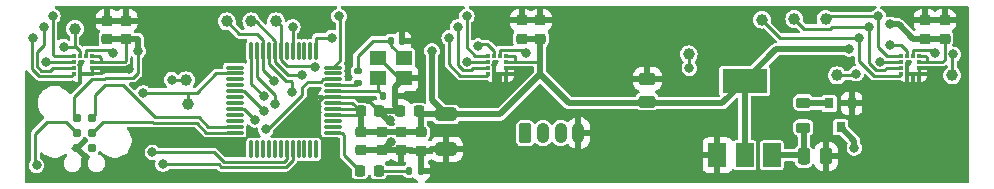
<source format=gbr>
%TF.GenerationSoftware,KiCad,Pcbnew,8.0.1*%
%TF.CreationDate,2024-05-30T20:05:05+03:00*%
%TF.ProjectId,jantteri-hit-detector,6a616e74-7465-4726-992d-6869742d6465,rev?*%
%TF.SameCoordinates,Original*%
%TF.FileFunction,Copper,L1,Top*%
%TF.FilePolarity,Positive*%
%FSLAX46Y46*%
G04 Gerber Fmt 4.6, Leading zero omitted, Abs format (unit mm)*
G04 Created by KiCad (PCBNEW 8.0.1) date 2024-05-30 20:05:05*
%MOMM*%
%LPD*%
G01*
G04 APERTURE LIST*
G04 Aperture macros list*
%AMRoundRect*
0 Rectangle with rounded corners*
0 $1 Rounding radius*
0 $2 $3 $4 $5 $6 $7 $8 $9 X,Y pos of 4 corners*
0 Add a 4 corners polygon primitive as box body*
4,1,4,$2,$3,$4,$5,$6,$7,$8,$9,$2,$3,0*
0 Add four circle primitives for the rounded corners*
1,1,$1+$1,$2,$3*
1,1,$1+$1,$4,$5*
1,1,$1+$1,$6,$7*
1,1,$1+$1,$8,$9*
0 Add four rect primitives between the rounded corners*
20,1,$1+$1,$2,$3,$4,$5,0*
20,1,$1+$1,$4,$5,$6,$7,0*
20,1,$1+$1,$6,$7,$8,$9,0*
20,1,$1+$1,$8,$9,$2,$3,0*%
G04 Aperture macros list end*
%TA.AperFunction,SMDPad,CuDef*%
%ADD10RoundRect,0.249999X-0.650001X0.325001X-0.650001X-0.325001X0.650001X-0.325001X0.650001X0.325001X0*%
%TD*%
%TA.AperFunction,SMDPad,CuDef*%
%ADD11RoundRect,0.225000X-0.225000X-0.250000X0.225000X-0.250000X0.225000X0.250000X-0.225000X0.250000X0*%
%TD*%
%TA.AperFunction,SMDPad,CuDef*%
%ADD12RoundRect,0.225000X0.225000X0.250000X-0.225000X0.250000X-0.225000X-0.250000X0.225000X-0.250000X0*%
%TD*%
%TA.AperFunction,SMDPad,CuDef*%
%ADD13RoundRect,0.225000X-0.250000X0.225000X-0.250000X-0.225000X0.250000X-0.225000X0.250000X0.225000X0*%
%TD*%
%TA.AperFunction,SMDPad,CuDef*%
%ADD14RoundRect,0.140000X-0.140000X-0.170000X0.140000X-0.170000X0.140000X0.170000X-0.140000X0.170000X0*%
%TD*%
%TA.AperFunction,SMDPad,CuDef*%
%ADD15RoundRect,0.225000X0.250000X-0.225000X0.250000X0.225000X-0.250000X0.225000X-0.250000X-0.225000X0*%
%TD*%
%TA.AperFunction,SMDPad,CuDef*%
%ADD16RoundRect,0.250000X-0.250000X-0.475000X0.250000X-0.475000X0.250000X0.475000X-0.250000X0.475000X0*%
%TD*%
%TA.AperFunction,SMDPad,CuDef*%
%ADD17RoundRect,0.250000X0.475000X-0.250000X0.475000X0.250000X-0.475000X0.250000X-0.475000X-0.250000X0*%
%TD*%
%TA.AperFunction,SMDPad,CuDef*%
%ADD18RoundRect,0.218750X0.218750X0.256250X-0.218750X0.256250X-0.218750X-0.256250X0.218750X-0.256250X0*%
%TD*%
%TA.AperFunction,SMDPad,CuDef*%
%ADD19RoundRect,0.218750X0.381250X-0.218750X0.381250X0.218750X-0.381250X0.218750X-0.381250X-0.218750X0*%
%TD*%
%TA.AperFunction,ComponentPad*%
%ADD20RoundRect,0.249999X-0.265001X-0.615001X0.265001X-0.615001X0.265001X0.615001X-0.265001X0.615001X0*%
%TD*%
%TA.AperFunction,ComponentPad*%
%ADD21O,1.030000X1.730000*%
%TD*%
%TA.AperFunction,ConnectorPad*%
%ADD22C,0.787400*%
%TD*%
%TA.AperFunction,SMDPad,CuDef*%
%ADD23RoundRect,0.135000X0.185000X-0.135000X0.185000X0.135000X-0.185000X0.135000X-0.185000X-0.135000X0*%
%TD*%
%TA.AperFunction,SMDPad,CuDef*%
%ADD24RoundRect,0.135000X0.135000X0.185000X-0.135000X0.185000X-0.135000X-0.185000X0.135000X-0.185000X0*%
%TD*%
%TA.AperFunction,SMDPad,CuDef*%
%ADD25RoundRect,0.075000X0.662500X0.075000X-0.662500X0.075000X-0.662500X-0.075000X0.662500X-0.075000X0*%
%TD*%
%TA.AperFunction,SMDPad,CuDef*%
%ADD26RoundRect,0.075000X0.075000X0.662500X-0.075000X0.662500X-0.075000X-0.662500X0.075000X-0.662500X0*%
%TD*%
%TA.AperFunction,SMDPad,CuDef*%
%ADD27R,0.375000X0.350000*%
%TD*%
%TA.AperFunction,SMDPad,CuDef*%
%ADD28R,0.350000X0.375000*%
%TD*%
%TA.AperFunction,SMDPad,CuDef*%
%ADD29R,1.500000X2.000000*%
%TD*%
%TA.AperFunction,SMDPad,CuDef*%
%ADD30R,3.800000X2.000000*%
%TD*%
%TA.AperFunction,SMDPad,CuDef*%
%ADD31R,1.400000X1.200000*%
%TD*%
%TA.AperFunction,SMDPad,CuDef*%
%ADD32C,1.000000*%
%TD*%
%TA.AperFunction,SMDPad,CuDef*%
%ADD33R,0.800000X0.900000*%
%TD*%
%TA.AperFunction,ViaPad*%
%ADD34C,0.800000*%
%TD*%
%TA.AperFunction,Conductor*%
%ADD35C,0.524000*%
%TD*%
%TA.AperFunction,Conductor*%
%ADD36C,0.250000*%
%TD*%
G04 APERTURE END LIST*
D10*
%TO.P,C1,1*%
%TO.N,+3V3*%
X99060000Y-47193200D03*
%TO.P,C1,2*%
%TO.N,GND*%
X99060000Y-50143200D03*
%TD*%
D11*
%TO.P,C2,1*%
%TO.N,+3V3*%
X91820400Y-46939200D03*
%TO.P,C2,2*%
%TO.N,GND*%
X93370400Y-46939200D03*
%TD*%
D12*
%TO.P,C3,1*%
%TO.N,+3V3*%
X96723200Y-46939200D03*
%TO.P,C3,2*%
%TO.N,GND*%
X95173200Y-46939200D03*
%TD*%
D13*
%TO.P,C4,1*%
%TO.N,+3V3*%
X95250000Y-48691200D03*
%TO.P,C4,2*%
%TO.N,GND*%
X95250000Y-50241200D03*
%TD*%
%TO.P,C5,1*%
%TO.N,+3V3*%
X96926400Y-48717200D03*
%TO.P,C5,2*%
%TO.N,GND*%
X96926400Y-50267200D03*
%TD*%
%TO.P,C6,1*%
%TO.N,+3V3*%
X93573600Y-48666400D03*
%TO.P,C6,2*%
%TO.N,GND*%
X93573600Y-50216400D03*
%TD*%
%TO.P,C7,1*%
%TO.N,+3V3*%
X91795600Y-48666400D03*
%TO.P,C7,2*%
%TO.N,GND*%
X91795600Y-50216400D03*
%TD*%
D14*
%TO.P,C8,1*%
%TO.N,/STM32G030C8T6/HSE_IN*%
X93726000Y-45618400D03*
%TO.P,C8,2*%
%TO.N,GND*%
X94686000Y-45618400D03*
%TD*%
%TO.P,C9,1*%
%TO.N,Net-(C9-Pad1)*%
X94363600Y-40944800D03*
%TO.P,C9,2*%
%TO.N,GND*%
X95323600Y-40944800D03*
%TD*%
D15*
%TO.P,C12,1*%
%TO.N,+3V3*%
X105435400Y-40780000D03*
%TO.P,C12,2*%
%TO.N,GND*%
X105435400Y-39230000D03*
%TD*%
%TO.P,C13,1*%
%TO.N,+3V3*%
X107022900Y-40767000D03*
%TO.P,C13,2*%
%TO.N,GND*%
X107022900Y-39217000D03*
%TD*%
%TO.P,C14,1*%
%TO.N,+3V3*%
X139598400Y-40767000D03*
%TO.P,C14,2*%
%TO.N,GND*%
X139598400Y-39217000D03*
%TD*%
%TO.P,C15,1*%
%TO.N,+3V3*%
X141249400Y-40767000D03*
%TO.P,C15,2*%
%TO.N,GND*%
X141249400Y-39217000D03*
%TD*%
%TO.P,C16,1*%
%TO.N,+3V3*%
X71932800Y-40792400D03*
%TO.P,C16,2*%
%TO.N,GND*%
X71932800Y-39242400D03*
%TD*%
%TO.P,C17,1*%
%TO.N,+3V3*%
X70358000Y-40792400D03*
%TO.P,C17,2*%
%TO.N,GND*%
X70358000Y-39242400D03*
%TD*%
D16*
%TO.P,C18,1*%
%TO.N,/AMS1117-3.3/VIN*%
X129316400Y-50749200D03*
%TO.P,C18,2*%
%TO.N,GND*%
X131216400Y-50749200D03*
%TD*%
D17*
%TO.P,C19,1*%
%TO.N,+3V3*%
X116078000Y-46096000D03*
%TO.P,C19,2*%
%TO.N,GND*%
X116078000Y-44196000D03*
%TD*%
D18*
%TO.P,D1,1,K*%
%TO.N,Net-(D1-K)*%
X93319600Y-51968400D03*
%TO.P,D1,2,A*%
%TO.N,Net-(D1-A)*%
X91744600Y-51968400D03*
%TD*%
D19*
%TO.P,FB1,1*%
%TO.N,/AMS1117-3.3/VIN*%
X129286000Y-48310800D03*
%TO.P,FB1,2*%
%TO.N,Net-(Q1-S)*%
X129286000Y-46185800D03*
%TD*%
D20*
%TO.P,J1,1,Pin_1*%
%TO.N,HIT_TX*%
X105736000Y-48768000D03*
D21*
%TO.P,J1,2,Pin_2*%
%TO.N,HIT_RX*%
X107236000Y-48768000D03*
%TO.P,J1,3,Pin_3*%
%TO.N,VCC*%
X108736000Y-48768000D03*
%TO.P,J1,4,Pin_4*%
%TO.N,GND*%
X110236000Y-48768000D03*
%TD*%
D22*
%TO.P,J2,1,Pin_1*%
%TO.N,+3V3*%
X67792600Y-47498000D03*
%TO.P,J2,2,Pin_2*%
%TO.N,/STM32G030C8T6/SWDIO*%
X69062600Y-47498000D03*
%TO.P,J2,3,Pin_3*%
%TO.N,/STM32G030C8T6/NRST*%
X67792600Y-48768000D03*
%TO.P,J2,4,Pin_4*%
%TO.N,/STM32G030C8T6/SWCLK*%
X69062600Y-48768000D03*
%TO.P,J2,5,Pin_5*%
%TO.N,GND*%
X67792600Y-50038000D03*
%TO.P,J2,6,Pin_6*%
%TO.N,/TC2030/SWO*%
X69062600Y-50038000D03*
%TD*%
D23*
%TO.P,R1,1*%
%TO.N,/STM32G030C8T6/HSE_OUT*%
X91541600Y-44551600D03*
%TO.P,R1,2*%
%TO.N,Net-(C9-Pad1)*%
X91541600Y-43531600D03*
%TD*%
D24*
%TO.P,R2,1*%
%TO.N,GND*%
X96930400Y-51968400D03*
%TO.P,R2,2*%
%TO.N,Net-(D1-K)*%
X95910400Y-51968400D03*
%TD*%
D25*
%TO.P,U1,1,PC13*%
%TO.N,Net-(D1-A)*%
X89455700Y-48724000D03*
%TO.P,U1,2,PC14-OSC32_IN*%
%TO.N,unconnected-(U1-PC14-OSC32_IN-Pad2)*%
X89455700Y-48224000D03*
%TO.P,U1,3,PC15-OSC32_OUT*%
%TO.N,unconnected-(U1-PC15-OSC32_OUT-Pad3)*%
X89455700Y-47724000D03*
%TO.P,U1,4,VBAT*%
%TO.N,+3V3*%
X89455700Y-47224000D03*
%TO.P,U1,5,VREF+*%
X89455700Y-46724000D03*
%TO.P,U1,6,VDD/VDDA*%
X89455700Y-46224000D03*
%TO.P,U1,7,VSS/VSSA*%
%TO.N,GND*%
X89455700Y-45724000D03*
%TO.P,U1,8,PF0-OSC_IN*%
%TO.N,/STM32G030C8T6/HSE_IN*%
X89455700Y-45224000D03*
%TO.P,U1,9,PF1-OSC_OUT*%
%TO.N,/STM32G030C8T6/HSE_OUT*%
X89455700Y-44724000D03*
%TO.P,U1,10,NRST*%
%TO.N,/STM32G030C8T6/NRST*%
X89455700Y-44224000D03*
%TO.P,U1,11,PA0*%
%TO.N,/STM32G030C8T6/PA0*%
X89455700Y-43724000D03*
%TO.P,U1,12,PA1*%
%TO.N,KX_SCLK*%
X89455700Y-43224000D03*
D26*
%TO.P,U1,13,PA2*%
%TO.N,KX_MOSI*%
X88043200Y-41811500D03*
%TO.P,U1,14,PA3*%
%TO.N,/STM32G030C8T6/PA3*%
X87543200Y-41811500D03*
%TO.P,U1,15,PA4*%
%TO.N,/STM32G030C8T6/PA4*%
X87043200Y-41811500D03*
%TO.P,U1,16,PA5*%
%TO.N,/STM32G030C8T6/PA5*%
X86543200Y-41811500D03*
%TO.P,U1,17,PA6*%
%TO.N,KX_MISO*%
X86043200Y-41811500D03*
%TO.P,U1,18,PA7*%
%TO.N,/STM32G030C8T6/PA7*%
X85543200Y-41811500D03*
%TO.P,U1,19,PB0*%
%TO.N,KX1_INT1*%
X85043200Y-41811500D03*
%TO.P,U1,20,PB1*%
%TO.N,KX1_INT2*%
X84543200Y-41811500D03*
%TO.P,U1,21,PB2*%
%TO.N,KX2_INT1*%
X84043200Y-41811500D03*
%TO.P,U1,22,PB10*%
%TO.N,KX1_CS*%
X83543200Y-41811500D03*
%TO.P,U1,23,PB11*%
%TO.N,KX2_INT2*%
X83043200Y-41811500D03*
%TO.P,U1,24,PB12*%
%TO.N,KX2_CS*%
X82543200Y-41811500D03*
D25*
%TO.P,U1,25,PB13*%
%TO.N,/STM32G030C8T6/PB13*%
X81130700Y-43224000D03*
%TO.P,U1,26,PB14*%
%TO.N,KX3_CS*%
X81130700Y-43724000D03*
%TO.P,U1,27,PB15*%
%TO.N,/STM32G030C8T6/PB15*%
X81130700Y-44224000D03*
%TO.P,U1,28,PA8*%
%TO.N,/STM32G030C8T6/PA8*%
X81130700Y-44724000D03*
%TO.P,U1,29,PA9*%
%TO.N,HIT_TX*%
X81130700Y-45224000D03*
%TO.P,U1,30,PC6*%
%TO.N,/STM32G030C8T6/PC6*%
X81130700Y-45724000D03*
%TO.P,U1,31,PC7*%
%TO.N,/STM32G030C8T6/PC7*%
X81130700Y-46224000D03*
%TO.P,U1,32,PA10*%
%TO.N,HIT_RX*%
X81130700Y-46724000D03*
%TO.P,U1,33,PA11_[PA9]*%
%TO.N,/STM32G030C8T6/PA11*%
X81130700Y-47224000D03*
%TO.P,U1,34,PA12_[PA10]*%
%TO.N,/STM32G030C8T6/PA12*%
X81130700Y-47724000D03*
%TO.P,U1,35,PA13_(SWDIO)*%
%TO.N,/STM32G030C8T6/SWDIO*%
X81130700Y-48224000D03*
%TO.P,U1,36,PA14-BOOT0_(SWCLK)*%
%TO.N,/STM32G030C8T6/SWCLK*%
X81130700Y-48724000D03*
D26*
%TO.P,U1,37,PA15*%
%TO.N,/STM32G030C8T6/PA15*%
X82543200Y-50136500D03*
%TO.P,U1,38,PD0*%
%TO.N,/STM32G030C8T6/PD0*%
X83043200Y-50136500D03*
%TO.P,U1,39,PD1*%
%TO.N,/STM32G030C8T6/PD1*%
X83543200Y-50136500D03*
%TO.P,U1,40,PD2*%
%TO.N,/STM32G030C8T6/PD2*%
X84043200Y-50136500D03*
%TO.P,U1,41,PD3*%
%TO.N,/STM32G030C8T6/PD3*%
X84543200Y-50136500D03*
%TO.P,U1,42,PB3*%
%TO.N,/STM32G030C8T6/PB3*%
X85043200Y-50136500D03*
%TO.P,U1,43,PB4*%
%TO.N,KX3_INT1*%
X85543200Y-50136500D03*
%TO.P,U1,44,PB5*%
%TO.N,KX3_INT2*%
X86043200Y-50136500D03*
%TO.P,U1,45,PB6*%
%TO.N,/STM32G030C8T6/PB6*%
X86543200Y-50136500D03*
%TO.P,U1,46,PB7*%
%TO.N,/STM32G030C8T6/PB7*%
X87043200Y-50136500D03*
%TO.P,U1,47,PB8*%
%TO.N,/STM32G030C8T6/PB8*%
X87543200Y-50136500D03*
%TO.P,U1,48,PB9*%
%TO.N,/STM32G030C8T6/PB9*%
X88043200Y-50136500D03*
%TD*%
D27*
%TO.P,U3,1,SCL/SPC*%
%TO.N,KX_SCLK*%
X102552000Y-42239500D03*
%TO.P,U3,2,CS*%
%TO.N,KX1_CS*%
X102552000Y-42739500D03*
%TO.P,U3,3,SDO/SA0*%
%TO.N,KX_MISO*%
X102552000Y-43239500D03*
%TO.P,U3,4,SDA/SDI/SDO*%
%TO.N,KX_MOSI*%
X102552000Y-43739500D03*
D28*
%TO.P,U3,5,NC*%
%TO.N,GND*%
X103064500Y-43752000D03*
%TO.P,U3,6,GND*%
X103564500Y-43752000D03*
D27*
%TO.P,U3,7,RES*%
X104077000Y-43739500D03*
%TO.P,U3,8,GND*%
X104077000Y-43239500D03*
%TO.P,U3,9,VDD*%
%TO.N,+3V3*%
X104077000Y-42739500D03*
%TO.P,U3,10,VDD_IO*%
X104077000Y-42239500D03*
D28*
%TO.P,U3,11,INT2*%
%TO.N,KX1_INT2*%
X103564500Y-42227000D03*
%TO.P,U3,12,INT1*%
%TO.N,KX1_INT1*%
X103064500Y-42227000D03*
%TD*%
D27*
%TO.P,U4,1,SCL/SPC*%
%TO.N,KX_SCLK*%
X137540500Y-42239500D03*
%TO.P,U4,2,CS*%
%TO.N,KX2_CS*%
X137540500Y-42739500D03*
%TO.P,U4,3,SDO/SA0*%
%TO.N,KX_MISO*%
X137540500Y-43239500D03*
%TO.P,U4,4,SDA/SDI/SDO*%
%TO.N,KX_MOSI*%
X137540500Y-43739500D03*
D28*
%TO.P,U4,5,NC*%
%TO.N,GND*%
X138053000Y-43752000D03*
%TO.P,U4,6,GND*%
X138553000Y-43752000D03*
D27*
%TO.P,U4,7,RES*%
X139065500Y-43739500D03*
%TO.P,U4,8,GND*%
X139065500Y-43239500D03*
%TO.P,U4,9,VDD*%
%TO.N,+3V3*%
X139065500Y-42739500D03*
%TO.P,U4,10,VDD_IO*%
X139065500Y-42239500D03*
D28*
%TO.P,U4,11,INT2*%
%TO.N,KX2_INT2*%
X138553000Y-42227000D03*
%TO.P,U4,12,INT1*%
%TO.N,KX2_INT1*%
X138053000Y-42227000D03*
%TD*%
D27*
%TO.P,U5,1,SCL/SPC*%
%TO.N,KX_SCLK*%
X67500000Y-42239500D03*
%TO.P,U5,2,CS*%
%TO.N,KX3_CS*%
X67500000Y-42739500D03*
%TO.P,U5,3,SDO/SA0*%
%TO.N,KX_MISO*%
X67500000Y-43239500D03*
%TO.P,U5,4,SDA/SDI/SDO*%
%TO.N,KX_MOSI*%
X67500000Y-43739500D03*
D28*
%TO.P,U5,5,NC*%
%TO.N,GND*%
X68012500Y-43752000D03*
%TO.P,U5,6,GND*%
X68512500Y-43752000D03*
D27*
%TO.P,U5,7,RES*%
X69025000Y-43739500D03*
%TO.P,U5,8,GND*%
X69025000Y-43239500D03*
%TO.P,U5,9,VDD*%
%TO.N,+3V3*%
X69025000Y-42739500D03*
%TO.P,U5,10,VDD_IO*%
X69025000Y-42239500D03*
D28*
%TO.P,U5,11,INT2*%
%TO.N,KX3_INT2*%
X68512500Y-42227000D03*
%TO.P,U5,12,INT1*%
%TO.N,KX3_INT1*%
X68012500Y-42227000D03*
%TD*%
D29*
%TO.P,U6,1,GND*%
%TO.N,GND*%
X122007600Y-50648400D03*
%TO.P,U6,2,VO*%
%TO.N,+3V3*%
X124307600Y-50648400D03*
D30*
X124307600Y-44348400D03*
D29*
%TO.P,U6,3,VI*%
%TO.N,/AMS1117-3.3/VIN*%
X126607600Y-50648400D03*
%TD*%
D31*
%TO.P,Y1,1,1*%
%TO.N,/STM32G030C8T6/HSE_IN*%
X93235600Y-44131600D03*
%TO.P,Y1,2,2*%
%TO.N,GND*%
X95435600Y-44131600D03*
%TO.P,Y1,3,3*%
%TO.N,Net-(C9-Pad1)*%
X95435600Y-42431600D03*
%TO.P,Y1,4,4*%
%TO.N,GND*%
X93235600Y-42431600D03*
%TD*%
D32*
%TO.P,TP1,1,1*%
%TO.N,KX_SCLK*%
X131165600Y-39116000D03*
%TD*%
%TO.P,TP2,1,1*%
%TO.N,KX_MOSI*%
X125780800Y-39166800D03*
%TD*%
%TO.P,TP3,1,1*%
%TO.N,KX_MISO*%
X128524000Y-39116000D03*
%TD*%
%TO.P,TP4,1,1*%
%TO.N,KX1_INT1*%
X84632800Y-39319200D03*
%TD*%
%TO.P,TP5,1,1*%
%TO.N,KX2_INT1*%
X119583200Y-42113200D03*
%TD*%
%TO.P,TP6,1,1*%
%TO.N,KX3_INT1*%
X67614800Y-39928800D03*
%TD*%
%TO.P,TP7,1,1*%
%TO.N,KX1_INT2*%
X82550000Y-39319200D03*
%TD*%
%TO.P,TP8,1,1*%
%TO.N,KX2_INT2*%
X141884400Y-43891200D03*
%TD*%
%TO.P,TP9,1,1*%
%TO.N,KX3_INT2*%
X77012800Y-44297600D03*
%TD*%
%TO.P,TP10,1,1*%
%TO.N,KX1_CS*%
X80467200Y-39319200D03*
%TD*%
%TO.P,TP11,1,1*%
%TO.N,KX2_CS*%
X132130800Y-43891200D03*
%TD*%
%TO.P,TP12,1,1*%
%TO.N,KX3_CS*%
X77216000Y-46329600D03*
%TD*%
D33*
%TO.P,Q1,1,G*%
%TO.N,GND*%
X133385600Y-46260000D03*
%TO.P,Q1,2,S*%
%TO.N,Net-(Q1-S)*%
X131485600Y-46260000D03*
%TO.P,Q1,3,D*%
%TO.N,VCC*%
X132435600Y-48260000D03*
%TD*%
D34*
%TO.N,+3V3*%
X136652000Y-39573200D03*
X133146800Y-41656000D03*
X72948800Y-41808400D03*
X97840800Y-41808400D03*
%TO.N,GND*%
X85801200Y-48615600D03*
X76403200Y-43180000D03*
X140411200Y-43738800D03*
X94284800Y-47701200D03*
X105816400Y-43738800D03*
X141122400Y-51206400D03*
X109778800Y-42519600D03*
X65481200Y-51403301D03*
X94386400Y-49530000D03*
X77622400Y-43180000D03*
X102311200Y-49072800D03*
X102311200Y-50241200D03*
X76911200Y-49072800D03*
X72694800Y-50952400D03*
X137566400Y-38709600D03*
X74168000Y-43535600D03*
X109728000Y-43688000D03*
X72223800Y-43369661D03*
%TO.N,VCC*%
X133604000Y-50038000D03*
%TO.N,HIT_TX*%
X83644077Y-46919898D03*
%TO.N,HIT_RX*%
X82854800Y-47644898D03*
%TO.N,/STM32G030C8T6/NRST*%
X64363600Y-51511200D03*
X83769200Y-48463200D03*
%TO.N,KX_SCLK*%
X100787200Y-38862000D03*
X135636000Y-38862000D03*
X65735200Y-38862000D03*
X89966800Y-38862000D03*
%TO.N,KX_MOSI*%
X89357200Y-40690800D03*
X99300200Y-40690800D03*
X64058800Y-40690800D03*
X134010400Y-40690800D03*
%TO.N,KX_MISO*%
X86055200Y-39776400D03*
X134823200Y-39776400D03*
X100025200Y-39776400D03*
X64973200Y-39776400D03*
%TO.N,KX1_INT1*%
X101752400Y-41415800D03*
X87934800Y-43180000D03*
%TO.N,KX1_INT2*%
X105816400Y-42014500D03*
X86868000Y-43854200D03*
%TO.N,KX2_INT1*%
X86004400Y-45313600D03*
X119634000Y-43281600D03*
X136601200Y-41300400D03*
%TO.N,KX1_CS*%
X100787200Y-42722800D03*
X84504986Y-44374614D03*
%TO.N,KX2_INT2*%
X84582000Y-46278801D03*
X140411200Y-42014500D03*
X141986000Y-42113200D03*
%TO.N,KX2_CS*%
X83616800Y-45669200D03*
X135788400Y-42722800D03*
X133756400Y-43738800D03*
%TO.N,KX3_CS*%
X73406000Y-45364400D03*
X65125600Y-42773600D03*
%TO.N,KX3_INT1*%
X66649600Y-41452800D03*
X74168000Y-50393600D03*
%TO.N,KX3_INT2*%
X70815200Y-42014500D03*
X75064998Y-51403301D03*
X75793600Y-44246800D03*
%TD*%
D35*
%TO.N,+3V3*%
X118364000Y-46228000D02*
X109442838Y-46228000D01*
D36*
X89455700Y-47224000D02*
X91535600Y-47224000D01*
X139623100Y-42239500D02*
X139716700Y-42333100D01*
D35*
X138557000Y-40767000D02*
X139598400Y-40767000D01*
D36*
X69082000Y-44202000D02*
X70098000Y-44202000D01*
X104077000Y-42739500D02*
X104969500Y-42739500D01*
X72948800Y-43669966D02*
X72948800Y-41808400D01*
D35*
X109442838Y-46228000D02*
X107022900Y-43808062D01*
D36*
X70098000Y-44202000D02*
X70205339Y-44094661D01*
D35*
X91795600Y-46964000D02*
X91820400Y-46939200D01*
D36*
X89455700Y-46724000D02*
X91605200Y-46724000D01*
X69815900Y-42383900D02*
X69815900Y-42739500D01*
X71932800Y-42672000D02*
X71932800Y-40792400D01*
X104875900Y-42645900D02*
X104969500Y-42739500D01*
X67792600Y-47498000D02*
X67557300Y-47262700D01*
D35*
X105435400Y-40780000D02*
X107009900Y-40780000D01*
X91795600Y-48666400D02*
X91795600Y-46964000D01*
D36*
X69025000Y-42739500D02*
X69815900Y-42739500D01*
D35*
X96977200Y-47193200D02*
X96723200Y-46939200D01*
X93573600Y-48666400D02*
X95225200Y-48666400D01*
X107022900Y-43808062D02*
X103637762Y-47193200D01*
D36*
X71865300Y-42739500D02*
X71932800Y-42672000D01*
D35*
X107009900Y-40780000D02*
X107022900Y-40767000D01*
D36*
X141054900Y-42739500D02*
X141249400Y-42545000D01*
D35*
X91795600Y-48666400D02*
X93573600Y-48666400D01*
D36*
X104077000Y-42239500D02*
X104875900Y-42239500D01*
X70205339Y-44094661D02*
X72524105Y-44094661D01*
X104875900Y-42239500D02*
X104875900Y-42645900D01*
D35*
X95276000Y-48717200D02*
X95250000Y-48691200D01*
D36*
X91105200Y-46224000D02*
X91820400Y-46939200D01*
X139065500Y-42239500D02*
X139623100Y-42239500D01*
X91605200Y-46724000D02*
X91820400Y-46939200D01*
X106968100Y-42739500D02*
X107022900Y-42684700D01*
D35*
X118364000Y-46228000D02*
X122428000Y-46228000D01*
D36*
X139716700Y-42739500D02*
X141054900Y-42739500D01*
D35*
X70358000Y-40792400D02*
X71932800Y-40792400D01*
X107022900Y-40767000D02*
X107022900Y-43808062D01*
D36*
X69671500Y-42239500D02*
X69815900Y-42383900D01*
D35*
X122428000Y-46228000D02*
X124307600Y-44348400D01*
D36*
X69815900Y-42739500D02*
X71865300Y-42739500D01*
X67557300Y-45726700D02*
X69082000Y-44202000D01*
D35*
X140538200Y-40767000D02*
X141249400Y-40767000D01*
X95225200Y-48666400D02*
X95250000Y-48691200D01*
X124307600Y-50648400D02*
X124307600Y-44348400D01*
X99060000Y-47193200D02*
X97840800Y-45974000D01*
D36*
X91535600Y-47224000D02*
X91820400Y-46939200D01*
D35*
X127000000Y-41656000D02*
X124307600Y-44348400D01*
X103637762Y-47193200D02*
X99060000Y-47193200D01*
D36*
X139065500Y-42739500D02*
X139716700Y-42739500D01*
D35*
X72948800Y-40792400D02*
X71932800Y-40792400D01*
X96926400Y-48717200D02*
X96926400Y-47142400D01*
X96926400Y-48717200D02*
X95276000Y-48717200D01*
D36*
X89455700Y-46224000D02*
X91105200Y-46224000D01*
X107022900Y-42684700D02*
X107022900Y-40767000D01*
X72524105Y-44094661D02*
X72948800Y-43669966D01*
D35*
X96926400Y-47142400D02*
X96723200Y-46939200D01*
D36*
X141249400Y-42545000D02*
X141249400Y-40767000D01*
X67557300Y-47262700D02*
X67557300Y-45726700D01*
D35*
X136652000Y-39573200D02*
X137363200Y-39573200D01*
X133146800Y-41656000D02*
X127000000Y-41656000D01*
X137363200Y-39573200D02*
X138557000Y-40767000D01*
X97840800Y-45974000D02*
X97840800Y-41808400D01*
X139598400Y-40767000D02*
X140538200Y-40767000D01*
X72948800Y-41808400D02*
X72948800Y-40792400D01*
X99060000Y-47193200D02*
X96977200Y-47193200D01*
D36*
X104969500Y-42739500D02*
X106968100Y-42739500D01*
X139716700Y-42333100D02*
X139716700Y-42739500D01*
X69025000Y-42239500D02*
X69671500Y-42239500D01*
%TO.N,GND*%
X92155200Y-45724000D02*
X93370400Y-46939200D01*
D35*
X93370400Y-46939200D02*
X95173200Y-46939200D01*
D36*
X93235600Y-42431600D02*
X93335600Y-42431600D01*
X69025000Y-43239500D02*
X70265100Y-43239500D01*
X104077000Y-43739500D02*
X104077000Y-43239500D01*
X95035600Y-44131600D02*
X95435600Y-44131600D01*
X89455700Y-45724000D02*
X92155200Y-45724000D01*
D35*
X94284800Y-47701200D02*
X94132400Y-47701200D01*
D36*
X138565500Y-43739500D02*
X138553000Y-43752000D01*
X138053000Y-43752000D02*
X138553000Y-43752000D01*
D35*
X94686000Y-46452000D02*
X95173200Y-46939200D01*
X93700000Y-50216400D02*
X94386400Y-49530000D01*
D36*
X88652498Y-45724000D02*
X85801200Y-48575298D01*
X103577000Y-43739500D02*
X103564500Y-43752000D01*
X140410500Y-43739500D02*
X140411200Y-43738800D01*
X93335600Y-42431600D02*
X95035600Y-44131600D01*
X85801200Y-48575298D02*
X85801200Y-48615600D01*
X104077000Y-43739500D02*
X105815700Y-43739500D01*
X104077000Y-43739500D02*
X103577000Y-43739500D01*
X70265100Y-43239500D02*
X72093639Y-43239500D01*
X68012500Y-43752000D02*
X68512500Y-43752000D01*
D35*
X94686000Y-45618400D02*
X94686000Y-44881200D01*
X94132400Y-47701200D02*
X93370400Y-46939200D01*
D36*
X139065500Y-43739500D02*
X139065500Y-43239500D01*
X68512500Y-43752000D02*
X69012500Y-43752000D01*
X72093639Y-43239500D02*
X72223800Y-43369661D01*
X89455700Y-45724000D02*
X88652498Y-45724000D01*
X139065500Y-43739500D02*
X140410500Y-43739500D01*
X69025000Y-43739500D02*
X69025000Y-43239500D01*
D35*
X94686000Y-45618400D02*
X94686000Y-46452000D01*
D36*
X103064500Y-43752000D02*
X103564500Y-43752000D01*
X69012500Y-43752000D02*
X69025000Y-43739500D01*
X105815700Y-43739500D02*
X105816400Y-43738800D01*
X139065500Y-43739500D02*
X138565500Y-43739500D01*
X67792600Y-50038000D02*
X67400051Y-50038000D01*
D35*
X94686000Y-44881200D02*
X95435600Y-44131600D01*
X93573600Y-50216400D02*
X93700000Y-50216400D01*
D36*
%TO.N,/STM32G030C8T6/HSE_IN*%
X93331600Y-45224000D02*
X93726000Y-45618400D01*
X89455700Y-45224000D02*
X93331600Y-45224000D01*
X93235600Y-44131600D02*
X93235600Y-45128000D01*
X93235600Y-45128000D02*
X93331600Y-45224000D01*
%TO.N,Net-(C9-Pad1)*%
X91541600Y-43531600D02*
X91541600Y-42240598D01*
X91541600Y-42240598D02*
X92837398Y-40944800D01*
X92837398Y-40944800D02*
X94363600Y-40944800D01*
X95435600Y-42431600D02*
X94363600Y-41359600D01*
X94363600Y-41359600D02*
X94363600Y-40944800D01*
D35*
%TO.N,/AMS1117-3.3/VIN*%
X126607600Y-50648400D02*
X129215600Y-50648400D01*
X129215600Y-50648400D02*
X129316400Y-50749200D01*
X129316400Y-50749200D02*
X129316400Y-48341200D01*
X129316400Y-48341200D02*
X129286000Y-48310800D01*
D36*
%TO.N,Net-(D1-A)*%
X90424000Y-48920400D02*
X90424000Y-50647800D01*
X89455700Y-48724000D02*
X90227600Y-48724000D01*
X90227600Y-48724000D02*
X90424000Y-48920400D01*
X90424000Y-50647800D02*
X91744600Y-51968400D01*
%TO.N,Net-(D1-K)*%
X93319600Y-51968400D02*
X95910400Y-51968400D01*
D35*
%TO.N,VCC*%
X133604000Y-50038000D02*
X133604000Y-49428400D01*
X133604000Y-49428400D02*
X132435600Y-48260000D01*
D36*
%TO.N,HIT_TX*%
X83629800Y-46919898D02*
X83644077Y-46919898D01*
X81130700Y-45224000D02*
X81933902Y-45224000D01*
X81933902Y-45224000D02*
X83629800Y-46919898D01*
%TO.N,HIT_RX*%
X81130700Y-46724000D02*
X81933902Y-46724000D01*
X81933902Y-46724000D02*
X82854800Y-47644898D01*
%TO.N,/STM32G030C8T6/SWDIO*%
X81130700Y-48224000D02*
X78883210Y-48224000D01*
X78883210Y-48224000D02*
X78099749Y-47440539D01*
X78099749Y-47440539D02*
X74418567Y-47440539D01*
X70142450Y-44665550D02*
X69297900Y-45510100D01*
X71643578Y-44665550D02*
X70142450Y-44665550D01*
X69297900Y-47262700D02*
X69062600Y-47498000D01*
X69297900Y-45510100D02*
X69297900Y-47262700D01*
X74418567Y-47440539D02*
X71643578Y-44665550D01*
%TO.N,/STM32G030C8T6/NRST*%
X83927802Y-48463200D02*
X83769200Y-48463200D01*
X86868000Y-45523002D02*
X83927802Y-48463200D01*
X86868000Y-44907200D02*
X87325200Y-44450000D01*
X87325200Y-44450000D02*
X88426498Y-44450000D01*
X88652498Y-44224000D02*
X89455700Y-44224000D01*
X67792600Y-48768000D02*
X66865150Y-47840550D01*
X65240412Y-47840550D02*
X64262000Y-48818962D01*
X86868000Y-44907200D02*
X86868000Y-45523002D01*
X64262000Y-48818962D02*
X64262000Y-51409600D01*
X88426498Y-44450000D02*
X88652498Y-44224000D01*
X66865150Y-47840550D02*
X65240412Y-47840550D01*
X64262000Y-51409600D02*
X64363600Y-51511200D01*
%TO.N,/STM32G030C8T6/SWCLK*%
X69062600Y-48768000D02*
X69990050Y-47840550D01*
X78746800Y-48724000D02*
X81130700Y-48724000D01*
X77913349Y-47890549D02*
X78746800Y-48724000D01*
X74232181Y-47890549D02*
X77913349Y-47890549D01*
X74182182Y-47840550D02*
X74232181Y-47890549D01*
X69990050Y-47840550D02*
X74182182Y-47840550D01*
%TO.N,/STM32G030C8T6/HSE_OUT*%
X91369200Y-44724000D02*
X89455700Y-44724000D01*
X91541600Y-44551600D02*
X91369200Y-44724000D01*
D35*
%TO.N,Net-(Q1-S)*%
X129360200Y-46260000D02*
X129286000Y-46185800D01*
X131485600Y-46260000D02*
X129360200Y-46260000D01*
D36*
%TO.N,KX_SCLK*%
X131419600Y-38862000D02*
X131165600Y-39116000D01*
X136371900Y-42239500D02*
X135636000Y-41503600D01*
X101523100Y-42239500D02*
X100787200Y-41503600D01*
X100787200Y-41503600D02*
X100787200Y-38862000D01*
X89455700Y-43224000D02*
X90082201Y-42597499D01*
X65735200Y-42113200D02*
X65735200Y-38862000D01*
X102552000Y-42239500D02*
X101523100Y-42239500D01*
X90082201Y-42597499D02*
X90082201Y-38977401D01*
X137540500Y-42239500D02*
X136371900Y-42239500D01*
X65861500Y-42239500D02*
X65735200Y-42113200D01*
X67500000Y-42239500D02*
X65861500Y-42239500D01*
X135636000Y-38862000D02*
X131419600Y-38862000D01*
X90082201Y-38977401D02*
X89966800Y-38862000D01*
X135636000Y-41503600D02*
X135636000Y-38862000D01*
%TO.N,KX_MOSI*%
X134010400Y-42654212D02*
X134010400Y-40690800D01*
X88043200Y-41811500D02*
X88043200Y-40697600D01*
X67290890Y-43948610D02*
X64591198Y-43948610D01*
X127304800Y-40690800D02*
X125780800Y-39166800D01*
X63950589Y-40799011D02*
X64058800Y-40690800D01*
X88050000Y-40690800D02*
X89357200Y-40690800D01*
X64591198Y-43948610D02*
X63950589Y-43308001D01*
X88043200Y-40697600D02*
X88050000Y-40690800D01*
X63950589Y-43308001D02*
X63950589Y-40799011D01*
X67500000Y-43739500D02*
X67290890Y-43948610D01*
X137382190Y-43897810D02*
X135253998Y-43897810D01*
X102393690Y-43897810D02*
X100252798Y-43897810D01*
X102552000Y-43739500D02*
X102393690Y-43897810D01*
X99300200Y-42945212D02*
X99300200Y-40690800D01*
X137540500Y-43739500D02*
X137382190Y-43897810D01*
X134010400Y-40690800D02*
X127304800Y-40690800D01*
X100252798Y-43897810D02*
X99300200Y-42945212D01*
X135253998Y-43897810D02*
X134010400Y-42654212D01*
%TO.N,KX_MISO*%
X65473601Y-43498601D02*
X64777599Y-43498601D01*
X131561601Y-39941001D02*
X129349001Y-39941001D01*
X64400599Y-41873001D02*
X64973200Y-41300400D01*
X136136401Y-43447801D02*
X135440399Y-43447801D01*
X129349001Y-39941001D02*
X128524000Y-39116000D01*
X86043200Y-39788400D02*
X86055200Y-39776400D01*
X135440399Y-43447801D02*
X134823200Y-42830602D01*
X102552000Y-43239500D02*
X101343502Y-43239500D01*
X100439199Y-43447801D02*
X100025200Y-43033802D01*
X131726202Y-39776400D02*
X131561601Y-39941001D01*
X64973200Y-41300400D02*
X64973200Y-39776400D01*
X134823200Y-42830602D02*
X134823200Y-39776400D01*
X101343502Y-43239500D02*
X101135201Y-43447801D01*
X64400599Y-43121601D02*
X64400599Y-41873001D01*
X101135201Y-43447801D02*
X100439199Y-43447801D01*
X134823200Y-39776400D02*
X131726202Y-39776400D01*
X65732702Y-43239500D02*
X65473601Y-43498601D01*
X67500000Y-43239500D02*
X65732702Y-43239500D01*
X64777599Y-43498601D02*
X64400599Y-43121601D01*
X137540500Y-43239500D02*
X136344702Y-43239500D01*
X136344702Y-43239500D02*
X136136401Y-43447801D01*
X100025200Y-43033802D02*
X100025200Y-39776400D01*
X86043200Y-41811500D02*
X86043200Y-39788400D01*
%TO.N,KX1_INT1*%
X84632800Y-39319200D02*
X84683600Y-39319200D01*
X84683600Y-39319200D02*
X85043200Y-39678800D01*
X85043200Y-39678800D02*
X85043200Y-41811500D01*
X85557698Y-43129200D02*
X87985600Y-43129200D01*
X103064500Y-41789500D02*
X102524600Y-41249600D01*
X103064500Y-42227000D02*
X103064500Y-41789500D01*
X85043200Y-42614702D02*
X85557698Y-43129200D01*
X102524600Y-41249600D02*
X101701600Y-41249600D01*
X85043200Y-41811500D02*
X85043200Y-42614702D01*
%TO.N,KX1_INT2*%
X84543200Y-41811500D02*
X84543200Y-41566400D01*
X103564500Y-42227000D02*
X103564500Y-41789500D01*
X84543200Y-41811500D02*
X84543200Y-42751112D01*
X84543200Y-42751112D02*
X85646288Y-43854200D01*
X85646288Y-43854200D02*
X86868000Y-43854200D01*
X84518210Y-40931810D02*
X82905600Y-39319200D01*
X82905600Y-39319200D02*
X82550000Y-39319200D01*
X105541399Y-41739499D02*
X105816400Y-42014500D01*
X103614501Y-41739499D02*
X105541399Y-41739499D01*
X103564500Y-41789500D02*
X103614501Y-41739499D01*
X84543200Y-41566400D02*
X84518210Y-41541410D01*
X84518210Y-41541410D02*
X84518210Y-40931810D01*
%TO.N,KX2_INT1*%
X138053000Y-41789500D02*
X137563900Y-41300400D01*
X137563900Y-41300400D02*
X136601200Y-41300400D01*
X85504078Y-44348400D02*
X85902800Y-44348400D01*
X138053000Y-42227000D02*
X138053000Y-41789500D01*
X86004400Y-44450000D02*
X86004400Y-45313600D01*
X119583200Y-43230800D02*
X119634000Y-43281600D01*
X84043200Y-41811500D02*
X84043200Y-42887522D01*
X119583200Y-42113200D02*
X119583200Y-43230800D01*
X84043200Y-42887522D02*
X85504078Y-44348400D01*
X85902800Y-44348400D02*
X86004400Y-44450000D01*
%TO.N,KX1_CS*%
X83543200Y-41811500D02*
X83543200Y-41780400D01*
X83543200Y-41780400D02*
X83518210Y-41755410D01*
X83543200Y-43412828D02*
X84504986Y-44374614D01*
X83543200Y-41811500D02*
X83543200Y-43412828D01*
X83058000Y-40386000D02*
X81534000Y-40386000D01*
X81534000Y-40386000D02*
X80467200Y-39319200D01*
X83518210Y-41755410D02*
X83518210Y-40846210D01*
X102552000Y-42739500D02*
X100803900Y-42739500D01*
X83518210Y-40846210D02*
X83058000Y-40386000D01*
X100803900Y-42739500D02*
X100787200Y-42722800D01*
%TO.N,KX2_INT2*%
X138553000Y-41789500D02*
X138603001Y-41739499D01*
X140136199Y-41739499D02*
X140411200Y-42014500D01*
X83043200Y-41811500D02*
X83043200Y-44022598D01*
X84582000Y-45561398D02*
X84582000Y-46278801D01*
X138603001Y-41739499D02*
X140136199Y-41739499D01*
X141884400Y-43891200D02*
X141884400Y-42214800D01*
X138553000Y-42227000D02*
X138553000Y-41789500D01*
X141884400Y-42214800D02*
X141986000Y-42113200D01*
X83043200Y-44022598D02*
X84582000Y-45561398D01*
%TO.N,KX2_CS*%
X133604000Y-43891200D02*
X133756400Y-43738800D01*
X135805100Y-42739500D02*
X135788400Y-42722800D01*
X132130800Y-43891200D02*
X133604000Y-43891200D01*
X82543200Y-41811500D02*
X82543200Y-44595600D01*
X82543200Y-44595600D02*
X83616800Y-45669200D01*
X137540500Y-42739500D02*
X135805100Y-42739500D01*
%TO.N,KX3_CS*%
X77216000Y-46329600D02*
X77216000Y-45364400D01*
X65159700Y-42739500D02*
X65125600Y-42773600D01*
X67500000Y-42739500D02*
X65159700Y-42739500D01*
X77216000Y-45364400D02*
X77927200Y-45364400D01*
X79567600Y-43724000D02*
X81130700Y-43724000D01*
X77927200Y-45364400D02*
X79567600Y-43724000D01*
X73406000Y-45364400D02*
X77216000Y-45364400D01*
%TO.N,KX3_INT1*%
X74168000Y-50393600D02*
X79400400Y-50393600D01*
X85283892Y-51199010D02*
X85543200Y-50939702D01*
X68012500Y-42227000D02*
X68012500Y-41789500D01*
X85543200Y-50939702D02*
X85543200Y-50136500D01*
X79400400Y-50393600D02*
X80205810Y-51199010D01*
X80205810Y-51199010D02*
X85283892Y-51199010D01*
X67614800Y-39928800D02*
X67614800Y-41391800D01*
X68012500Y-41789500D02*
X67675800Y-41452800D01*
X67675800Y-41452800D02*
X66649600Y-41452800D01*
X67614800Y-41391800D02*
X67675800Y-41452800D01*
%TO.N,KX3_INT2*%
X86043200Y-51076112D02*
X86043200Y-50136500D01*
X68512500Y-41789500D02*
X68562501Y-41739499D01*
X68562501Y-41739499D02*
X70540199Y-41739499D01*
X80019410Y-51649020D02*
X85470293Y-51649019D01*
X79773691Y-51403301D02*
X80019410Y-51649020D01*
X85470293Y-51649019D02*
X86043200Y-51076112D01*
X68512500Y-42227000D02*
X68512500Y-41789500D01*
X75844400Y-44297600D02*
X75793600Y-44246800D01*
X77012800Y-44297600D02*
X75844400Y-44297600D01*
X70540199Y-41739499D02*
X70815200Y-42014500D01*
X75064998Y-51403301D02*
X79773691Y-51403301D01*
%TD*%
%TA.AperFunction,Conductor*%
%TO.N,GND*%
G36*
X72520812Y-42303649D02*
G01*
X72521840Y-42304549D01*
X72526847Y-42308985D01*
X72564576Y-42369125D01*
X72569300Y-42403302D01*
X72569300Y-43460582D01*
X72549298Y-43528703D01*
X72532395Y-43549677D01*
X72403816Y-43678256D01*
X72341504Y-43712282D01*
X72314721Y-43715161D01*
X70155377Y-43715161D01*
X70096302Y-43730989D01*
X70058852Y-43741024D01*
X69972323Y-43790982D01*
X69965768Y-43796013D01*
X69963660Y-43793266D01*
X69915397Y-43819621D01*
X69888614Y-43822500D01*
X69032038Y-43822500D01*
X68935518Y-43848362D01*
X68935517Y-43848362D01*
X68935515Y-43848363D01*
X68885625Y-43877167D01*
X68850201Y-43897619D01*
X68787202Y-43914500D01*
X68718211Y-43914500D01*
X68700592Y-43924121D01*
X68673809Y-43927000D01*
X68187500Y-43927000D01*
X68187500Y-44474886D01*
X68188583Y-44476870D01*
X68187500Y-44492011D01*
X68187500Y-44499691D01*
X68186951Y-44499691D01*
X68183518Y-44547685D01*
X68154557Y-44592748D01*
X67324283Y-45423022D01*
X67324281Y-45423024D01*
X67305739Y-45441566D01*
X67287199Y-45460105D01*
X67224886Y-45494128D01*
X67154070Y-45489061D01*
X67097236Y-45446513D01*
X67096170Y-45445068D01*
X66984407Y-45291239D01*
X66984404Y-45291236D01*
X66984402Y-45291233D01*
X66824366Y-45131197D01*
X66824363Y-45131195D01*
X66824361Y-45131193D01*
X66641250Y-44998155D01*
X66439581Y-44895400D01*
X66439578Y-44895399D01*
X66439576Y-44895398D01*
X66224325Y-44825459D01*
X66224323Y-44825458D01*
X66224321Y-44825458D01*
X66000769Y-44790050D01*
X65774431Y-44790050D01*
X65550879Y-44825458D01*
X65550877Y-44825458D01*
X65550874Y-44825459D01*
X65335623Y-44895398D01*
X65335617Y-44895401D01*
X65133946Y-44998157D01*
X64950836Y-45131195D01*
X64950833Y-45131197D01*
X64790797Y-45291233D01*
X64790795Y-45291236D01*
X64657757Y-45474346D01*
X64555001Y-45676017D01*
X64554998Y-45676023D01*
X64485059Y-45891274D01*
X64485058Y-45891277D01*
X64485058Y-45891279D01*
X64449650Y-46114831D01*
X64449650Y-46341169D01*
X64484691Y-46562404D01*
X64485059Y-46564725D01*
X64549970Y-46764502D01*
X64555000Y-46779981D01*
X64656441Y-46979071D01*
X64657757Y-46981653D01*
X64676143Y-47006959D01*
X64774120Y-47141813D01*
X64790794Y-47164762D01*
X64790797Y-47164766D01*
X64950833Y-47324802D01*
X64950836Y-47324804D01*
X64950839Y-47324807D01*
X64987070Y-47351130D01*
X65030424Y-47407352D01*
X65036499Y-47478088D01*
X65003368Y-47540880D01*
X65002106Y-47542160D01*
X64984963Y-47559304D01*
X64936736Y-47607531D01*
X64936734Y-47607533D01*
X64028983Y-48515284D01*
X64028981Y-48515286D01*
X64000383Y-48543884D01*
X63958325Y-48585941D01*
X63958321Y-48585946D01*
X63908361Y-48672481D01*
X63904068Y-48688504D01*
X63882499Y-48768996D01*
X63882499Y-48879074D01*
X63882500Y-48879087D01*
X63882500Y-51016774D01*
X63862498Y-51084895D01*
X63860196Y-51088350D01*
X63779815Y-51204801D01*
X63779812Y-51204807D01*
X63723449Y-51353420D01*
X63704293Y-51511196D01*
X63704293Y-51511203D01*
X63723449Y-51668979D01*
X63766617Y-51782801D01*
X63779813Y-51817595D01*
X63870102Y-51948401D01*
X63989071Y-52053799D01*
X64129807Y-52127663D01*
X64284129Y-52165700D01*
X64284130Y-52165700D01*
X64443070Y-52165700D01*
X64443071Y-52165700D01*
X64597393Y-52127663D01*
X64738129Y-52053799D01*
X64857098Y-51948401D01*
X64947387Y-51817595D01*
X65003749Y-51668982D01*
X65003749Y-51668981D01*
X65003750Y-51668979D01*
X65022907Y-51511203D01*
X65022907Y-51511196D01*
X65003750Y-51353420D01*
X64969556Y-51263259D01*
X64947387Y-51204805D01*
X64857098Y-51073999D01*
X64738129Y-50968601D01*
X64738126Y-50968599D01*
X64738124Y-50968598D01*
X64708943Y-50953282D01*
X64657921Y-50903913D01*
X64641500Y-50841716D01*
X64641500Y-50494659D01*
X64661502Y-50426538D01*
X64715158Y-50380045D01*
X64785432Y-50369941D01*
X64850012Y-50399435D01*
X64856595Y-50405564D01*
X64950833Y-50499802D01*
X64950836Y-50499804D01*
X64950839Y-50499807D01*
X65133950Y-50632845D01*
X65335619Y-50735600D01*
X65550879Y-50805542D01*
X65774431Y-50840950D01*
X65774434Y-50840950D01*
X66000766Y-50840950D01*
X66000769Y-50840950D01*
X66224321Y-50805542D01*
X66439581Y-50735600D01*
X66641250Y-50632845D01*
X66775080Y-50535611D01*
X66841944Y-50511755D01*
X66911096Y-50527835D01*
X66960576Y-50578748D01*
X66974676Y-50648331D01*
X66948918Y-50714490D01*
X66938234Y-50726644D01*
X66832298Y-50832580D01*
X66750680Y-50954731D01*
X66701278Y-51073999D01*
X66694460Y-51090458D01*
X66691410Y-51105790D01*
X66665800Y-51234539D01*
X66665800Y-51381460D01*
X66682290Y-51464359D01*
X66694460Y-51525542D01*
X66750680Y-51661269D01*
X66795736Y-51728700D01*
X66832298Y-51783419D01*
X66832303Y-51783425D01*
X66936174Y-51887296D01*
X66936180Y-51887301D01*
X67058331Y-51968920D01*
X67194058Y-52025140D01*
X67318121Y-52049817D01*
X67338139Y-52053799D01*
X67338142Y-52053799D01*
X67338145Y-52053800D01*
X67338146Y-52053800D01*
X67485054Y-52053800D01*
X67485055Y-52053800D01*
X67629142Y-52025140D01*
X67764869Y-51968920D01*
X67887020Y-51887301D01*
X67990901Y-51783420D01*
X68072520Y-51661269D01*
X68128740Y-51525542D01*
X68157400Y-51381455D01*
X68157400Y-51234545D01*
X68128740Y-51090458D01*
X68100492Y-51022263D01*
X68092904Y-50951675D01*
X68124683Y-50888188D01*
X68165653Y-50858939D01*
X68227010Y-50831620D01*
X67522485Y-50127096D01*
X67488460Y-50064783D01*
X67493524Y-49993968D01*
X67522485Y-49948904D01*
X67792601Y-49678789D01*
X68182656Y-49288732D01*
X68188182Y-49283530D01*
X68281348Y-49200993D01*
X68323905Y-49139337D01*
X68379062Y-49094639D01*
X68449630Y-49086856D01*
X68513205Y-49118460D01*
X68531292Y-49139334D01*
X68573852Y-49200993D01*
X68691676Y-49305376D01*
X68691677Y-49305376D01*
X68695414Y-49308687D01*
X68733139Y-49368831D01*
X68732359Y-49439823D01*
X68695414Y-49497311D01*
X68573853Y-49605005D01*
X68555949Y-49630942D01*
X68541352Y-49648456D01*
X68151810Y-50037999D01*
X68541348Y-50427537D01*
X68555948Y-50445055D01*
X68573852Y-50470993D01*
X68691676Y-50575376D01*
X68691677Y-50575376D01*
X68691679Y-50575378D01*
X68822867Y-50644231D01*
X68873890Y-50693599D01*
X68890122Y-50762715D01*
X68867295Y-50827137D01*
X68867738Y-50827433D01*
X68866571Y-50829178D01*
X68866410Y-50829635D01*
X68865330Y-50831036D01*
X68782680Y-50954731D01*
X68733278Y-51073999D01*
X68726460Y-51090458D01*
X68723410Y-51105790D01*
X68697800Y-51234539D01*
X68697800Y-51381460D01*
X68714290Y-51464359D01*
X68726460Y-51525542D01*
X68782680Y-51661269D01*
X68827736Y-51728700D01*
X68864298Y-51783419D01*
X68864303Y-51783425D01*
X68968174Y-51887296D01*
X68968180Y-51887301D01*
X69090331Y-51968920D01*
X69226058Y-52025140D01*
X69350121Y-52049817D01*
X69370139Y-52053799D01*
X69370142Y-52053799D01*
X69370145Y-52053800D01*
X69370146Y-52053800D01*
X69517054Y-52053800D01*
X69517055Y-52053800D01*
X69661142Y-52025140D01*
X69796869Y-51968920D01*
X69919020Y-51887301D01*
X70022901Y-51783420D01*
X70104520Y-51661269D01*
X70160740Y-51525542D01*
X70189400Y-51381455D01*
X70189400Y-51234545D01*
X70160740Y-51090458D01*
X70104520Y-50954731D01*
X70022901Y-50832580D01*
X70022896Y-50832574D01*
X69916966Y-50726644D01*
X69915100Y-50723226D01*
X69897849Y-50714553D01*
X69876066Y-50699998D01*
X69796869Y-50647080D01*
X69718852Y-50614764D01*
X69655467Y-50588509D01*
X69600186Y-50543960D01*
X69577765Y-50476597D01*
X69595323Y-50407806D01*
X69599989Y-50400524D01*
X69600741Y-50399435D01*
X69640768Y-50341446D01*
X69640772Y-50341432D01*
X69643484Y-50336269D01*
X69692852Y-50285246D01*
X69761967Y-50269012D01*
X69828888Y-50292722D01*
X69856987Y-50320759D01*
X69870793Y-50339761D01*
X69870795Y-50339763D01*
X69870797Y-50339766D01*
X70030832Y-50499801D01*
X70030835Y-50499803D01*
X70030839Y-50499807D01*
X70041914Y-50507853D01*
X70054673Y-50524400D01*
X70066446Y-50526961D01*
X70080119Y-50535611D01*
X70213950Y-50632845D01*
X70415619Y-50735600D01*
X70630879Y-50805542D01*
X70854431Y-50840950D01*
X70854434Y-50840950D01*
X71080766Y-50840950D01*
X71080769Y-50840950D01*
X71304321Y-50805542D01*
X71519581Y-50735600D01*
X71721250Y-50632845D01*
X71904361Y-50499807D01*
X72064407Y-50339761D01*
X72197445Y-50156650D01*
X72300200Y-49954981D01*
X72370142Y-49739721D01*
X72405550Y-49516169D01*
X72405550Y-49289831D01*
X72370142Y-49066279D01*
X72300200Y-48851019D01*
X72197445Y-48649350D01*
X72064407Y-48466239D01*
X72064404Y-48466236D01*
X72064402Y-48466233D01*
X72033314Y-48435145D01*
X71999288Y-48372833D01*
X72004353Y-48302018D01*
X72046900Y-48245182D01*
X72113420Y-48220371D01*
X72122409Y-48220050D01*
X74010131Y-48220050D01*
X74073129Y-48236929D01*
X74085699Y-48244187D01*
X74182219Y-48270049D01*
X74282143Y-48270049D01*
X77703965Y-48270049D01*
X77772086Y-48290051D01*
X77793060Y-48306954D01*
X78438713Y-48952607D01*
X78438734Y-48952630D01*
X78513774Y-49027670D01*
X78513779Y-49027674D01*
X78513781Y-49027676D01*
X78513782Y-49027677D01*
X78513784Y-49027678D01*
X78600314Y-49077636D01*
X78600315Y-49077636D01*
X78600318Y-49077638D01*
X78607876Y-49079663D01*
X78696838Y-49103501D01*
X78696839Y-49103501D01*
X78804480Y-49103501D01*
X78804496Y-49103500D01*
X80313606Y-49103500D01*
X80366855Y-49115305D01*
X80381603Y-49122182D01*
X80394948Y-49123938D01*
X80429592Y-49128500D01*
X80429599Y-49128500D01*
X81831801Y-49128500D01*
X81831808Y-49128500D01*
X81879796Y-49122182D01*
X81985109Y-49073074D01*
X82067274Y-48990909D01*
X82116382Y-48885596D01*
X82122700Y-48837608D01*
X82122700Y-48610392D01*
X82116382Y-48562404D01*
X82099989Y-48527251D01*
X82089328Y-48457060D01*
X82099990Y-48420748D01*
X82108266Y-48403000D01*
X82116382Y-48385596D01*
X82122700Y-48337608D01*
X82122700Y-48140772D01*
X82142702Y-48072651D01*
X82196358Y-48026158D01*
X82266632Y-48016054D01*
X82331212Y-48045548D01*
X82352394Y-48069193D01*
X82361302Y-48082099D01*
X82480271Y-48187497D01*
X82480272Y-48187497D01*
X82480274Y-48187499D01*
X82542907Y-48220371D01*
X82621007Y-48261361D01*
X82775329Y-48299398D01*
X82775330Y-48299398D01*
X82934270Y-48299398D01*
X82934271Y-48299398D01*
X82958573Y-48293408D01*
X83029501Y-48296525D01*
X83087484Y-48337494D01*
X83114114Y-48403307D01*
X83113810Y-48430932D01*
X83109893Y-48463194D01*
X83109893Y-48463203D01*
X83129049Y-48620979D01*
X83166584Y-48719947D01*
X83185413Y-48769595D01*
X83275702Y-48900401D01*
X83302638Y-48924264D01*
X83311965Y-48932527D01*
X83349690Y-48992672D01*
X83348910Y-49063664D01*
X83309872Y-49122965D01*
X83244971Y-49151746D01*
X83211967Y-49151761D01*
X83156814Y-49144500D01*
X83156808Y-49144500D01*
X82929592Y-49144500D01*
X82929587Y-49144500D01*
X82881604Y-49150817D01*
X82881600Y-49150818D01*
X82846448Y-49167210D01*
X82776257Y-49177871D01*
X82739952Y-49167210D01*
X82704799Y-49150818D01*
X82704795Y-49150817D01*
X82656812Y-49144500D01*
X82656808Y-49144500D01*
X82429592Y-49144500D01*
X82429587Y-49144500D01*
X82381605Y-49150817D01*
X82276288Y-49199927D01*
X82194127Y-49282088D01*
X82145017Y-49387405D01*
X82138700Y-49435387D01*
X82138700Y-50693510D01*
X82118698Y-50761631D01*
X82065042Y-50808124D01*
X82012700Y-50819510D01*
X80415194Y-50819510D01*
X80347073Y-50799508D01*
X80326099Y-50782605D01*
X79711264Y-50167770D01*
X79711252Y-50167756D01*
X79633425Y-50089929D01*
X79633415Y-50089921D01*
X79546883Y-50039962D01*
X79509452Y-50029932D01*
X79509451Y-50029932D01*
X79450365Y-50014099D01*
X79450362Y-50014099D01*
X79350438Y-50014099D01*
X79342720Y-50014099D01*
X79342704Y-50014100D01*
X74767456Y-50014100D01*
X74699335Y-49994098D01*
X74663759Y-49959675D01*
X74661498Y-49956399D01*
X74659897Y-49954981D01*
X74542530Y-49851002D01*
X74542525Y-49850998D01*
X74401797Y-49777139D01*
X74401795Y-49777138D01*
X74401793Y-49777137D01*
X74401791Y-49777136D01*
X74401790Y-49777136D01*
X74247472Y-49739100D01*
X74247471Y-49739100D01*
X74088529Y-49739100D01*
X74088527Y-49739100D01*
X73934209Y-49777136D01*
X73934202Y-49777139D01*
X73793474Y-49850998D01*
X73793469Y-49851002D01*
X73689819Y-49942829D01*
X73676102Y-49954982D01*
X73674501Y-49956400D01*
X73584215Y-50087201D01*
X73584212Y-50087207D01*
X73527849Y-50235820D01*
X73508693Y-50393596D01*
X73508693Y-50393603D01*
X73527849Y-50551379D01*
X73558746Y-50632845D01*
X73584213Y-50699995D01*
X73674502Y-50830801D01*
X73793471Y-50936199D01*
X73793472Y-50936199D01*
X73793474Y-50936201D01*
X73855202Y-50968598D01*
X73934207Y-51010063D01*
X74088529Y-51048100D01*
X74088530Y-51048100D01*
X74247470Y-51048100D01*
X74247471Y-51048100D01*
X74247472Y-51048099D01*
X74247477Y-51048099D01*
X74292632Y-51036969D01*
X74363560Y-51040086D01*
X74421543Y-51081056D01*
X74448172Y-51146869D01*
X74440599Y-51203986D01*
X74424848Y-51245517D01*
X74424848Y-51245519D01*
X74405691Y-51403297D01*
X74405691Y-51403304D01*
X74424847Y-51561080D01*
X74481210Y-51709693D01*
X74481213Y-51709699D01*
X74494326Y-51728697D01*
X74571500Y-51840502D01*
X74690469Y-51945900D01*
X74690470Y-51945900D01*
X74690472Y-51945902D01*
X74703421Y-51952698D01*
X74831205Y-52019764D01*
X74985527Y-52057801D01*
X74985528Y-52057801D01*
X75144468Y-52057801D01*
X75144469Y-52057801D01*
X75298791Y-52019764D01*
X75439527Y-51945900D01*
X75558496Y-51840502D01*
X75560757Y-51837225D01*
X75563029Y-51835384D01*
X75563549Y-51834798D01*
X75563646Y-51834884D01*
X75615915Y-51792526D01*
X75664454Y-51782801D01*
X79564307Y-51782801D01*
X79632428Y-51802803D01*
X79653402Y-51819706D01*
X79711323Y-51877627D01*
X79711344Y-51877650D01*
X79786384Y-51952690D01*
X79786389Y-51952694D01*
X79786391Y-51952696D01*
X79786392Y-51952697D01*
X79786394Y-51952698D01*
X79872915Y-52002651D01*
X79872914Y-52002651D01*
X79872920Y-52002653D01*
X79872926Y-52002657D01*
X79872928Y-52002658D01*
X79969448Y-52028521D01*
X80088022Y-52028521D01*
X80088036Y-52028519D01*
X85412597Y-52028519D01*
X85412613Y-52028520D01*
X85420331Y-52028520D01*
X85520254Y-52028520D01*
X85520255Y-52028520D01*
X85596373Y-52008123D01*
X85596375Y-52008123D01*
X85603841Y-52006121D01*
X85616775Y-52002657D01*
X85703312Y-51952695D01*
X85773969Y-51882038D01*
X85784336Y-51871671D01*
X85784343Y-51871661D01*
X86265842Y-51390162D01*
X86265852Y-51390155D01*
X86346870Y-51309137D01*
X86346876Y-51309131D01*
X86396838Y-51222594D01*
X86397026Y-51221890D01*
X86397348Y-51221361D01*
X86399996Y-51214970D01*
X86400992Y-51215382D01*
X86433974Y-51161269D01*
X86497834Y-51130245D01*
X86518733Y-51128500D01*
X86656801Y-51128500D01*
X86656808Y-51128500D01*
X86704796Y-51122182D01*
X86739948Y-51105789D01*
X86810140Y-51095128D01*
X86846451Y-51105789D01*
X86881604Y-51122182D01*
X86929592Y-51128500D01*
X86929599Y-51128500D01*
X87156801Y-51128500D01*
X87156808Y-51128500D01*
X87204796Y-51122182D01*
X87239948Y-51105789D01*
X87310140Y-51095128D01*
X87346451Y-51105789D01*
X87381604Y-51122182D01*
X87429592Y-51128500D01*
X87429599Y-51128500D01*
X87656801Y-51128500D01*
X87656808Y-51128500D01*
X87704796Y-51122182D01*
X87739948Y-51105789D01*
X87810140Y-51095128D01*
X87846451Y-51105789D01*
X87881604Y-51122182D01*
X87929592Y-51128500D01*
X87929599Y-51128500D01*
X88156801Y-51128500D01*
X88156808Y-51128500D01*
X88204796Y-51122182D01*
X88310109Y-51073074D01*
X88392274Y-50990909D01*
X88441382Y-50885596D01*
X88447700Y-50837608D01*
X88447700Y-49435392D01*
X88441382Y-49387404D01*
X88392274Y-49282091D01*
X88392272Y-49282089D01*
X88392272Y-49282088D01*
X88310111Y-49199927D01*
X88204794Y-49150817D01*
X88156812Y-49144500D01*
X88156808Y-49144500D01*
X87929592Y-49144500D01*
X87929587Y-49144500D01*
X87881604Y-49150817D01*
X87881600Y-49150818D01*
X87846448Y-49167210D01*
X87776257Y-49177871D01*
X87739952Y-49167210D01*
X87704799Y-49150818D01*
X87704795Y-49150817D01*
X87656812Y-49144500D01*
X87656808Y-49144500D01*
X87429592Y-49144500D01*
X87429587Y-49144500D01*
X87381604Y-49150817D01*
X87381600Y-49150818D01*
X87346448Y-49167210D01*
X87276257Y-49177871D01*
X87239952Y-49167210D01*
X87204799Y-49150818D01*
X87204795Y-49150817D01*
X87156812Y-49144500D01*
X87156808Y-49144500D01*
X86929592Y-49144500D01*
X86929587Y-49144500D01*
X86881604Y-49150817D01*
X86881600Y-49150818D01*
X86846448Y-49167210D01*
X86776257Y-49177871D01*
X86739952Y-49167210D01*
X86704799Y-49150818D01*
X86704795Y-49150817D01*
X86656812Y-49144500D01*
X86656808Y-49144500D01*
X86429592Y-49144500D01*
X86429587Y-49144500D01*
X86381604Y-49150817D01*
X86381600Y-49150818D01*
X86346448Y-49167210D01*
X86276257Y-49177871D01*
X86239952Y-49167210D01*
X86204799Y-49150818D01*
X86204795Y-49150817D01*
X86156812Y-49144500D01*
X86156808Y-49144500D01*
X85929592Y-49144500D01*
X85929587Y-49144500D01*
X85881604Y-49150817D01*
X85881600Y-49150818D01*
X85846448Y-49167210D01*
X85776257Y-49177871D01*
X85739952Y-49167210D01*
X85704799Y-49150818D01*
X85704795Y-49150817D01*
X85656812Y-49144500D01*
X85656808Y-49144500D01*
X85429592Y-49144500D01*
X85429587Y-49144500D01*
X85381604Y-49150817D01*
X85381600Y-49150818D01*
X85346448Y-49167210D01*
X85276257Y-49177871D01*
X85239952Y-49167210D01*
X85204799Y-49150818D01*
X85204795Y-49150817D01*
X85156812Y-49144500D01*
X85156808Y-49144500D01*
X84929592Y-49144500D01*
X84929587Y-49144500D01*
X84881604Y-49150817D01*
X84881600Y-49150818D01*
X84846448Y-49167210D01*
X84776257Y-49177871D01*
X84739952Y-49167210D01*
X84704799Y-49150818D01*
X84704795Y-49150817D01*
X84656812Y-49144500D01*
X84656808Y-49144500D01*
X84429592Y-49144500D01*
X84429587Y-49144500D01*
X84381604Y-49150817D01*
X84381600Y-49150818D01*
X84346448Y-49167210D01*
X84276257Y-49177871D01*
X84239949Y-49167209D01*
X84231590Y-49163311D01*
X84178305Y-49116393D01*
X84158845Y-49048116D01*
X84179388Y-48980156D01*
X84201281Y-48954811D01*
X84262698Y-48900401D01*
X84352987Y-48769595D01*
X84409349Y-48620982D01*
X84418292Y-48547320D01*
X84446358Y-48482112D01*
X84454267Y-48473427D01*
X87090642Y-45837052D01*
X87090652Y-45837045D01*
X87171670Y-45756027D01*
X87171676Y-45756021D01*
X87221638Y-45669484D01*
X87232494Y-45628970D01*
X87247501Y-45572964D01*
X87247501Y-45473040D01*
X87247501Y-45465323D01*
X87247500Y-45465305D01*
X87247500Y-45116584D01*
X87267502Y-45048463D01*
X87284405Y-45027489D01*
X87445489Y-44866405D01*
X87507801Y-44832379D01*
X87534584Y-44829500D01*
X88363589Y-44829500D01*
X88431710Y-44849502D01*
X88477785Y-44902254D01*
X88486411Y-44920754D01*
X88497070Y-44990946D01*
X88486410Y-45027248D01*
X88470018Y-45062400D01*
X88470017Y-45062404D01*
X88463699Y-45110398D01*
X88463527Y-45113022D01*
X88463256Y-45113759D01*
X88463162Y-45114480D01*
X88463000Y-45114458D01*
X88439104Y-45179686D01*
X88414504Y-45204726D01*
X88377400Y-45233197D01*
X88283947Y-45354987D01*
X88225206Y-45496805D01*
X88215043Y-45573999D01*
X88215043Y-45574000D01*
X88575343Y-45574000D01*
X88628592Y-45585804D01*
X88643950Y-45592966D01*
X88680061Y-45609805D01*
X88733346Y-45656722D01*
X88752807Y-45725000D01*
X88732265Y-45792960D01*
X88680061Y-45838195D01*
X88628593Y-45862195D01*
X88575343Y-45874000D01*
X88215043Y-45874000D01*
X88225206Y-45951194D01*
X88283947Y-46093012D01*
X88377401Y-46214803D01*
X88414502Y-46243272D01*
X88456369Y-46300610D01*
X88463527Y-46334978D01*
X88463699Y-46337600D01*
X88470017Y-46385595D01*
X88470018Y-46385599D01*
X88486410Y-46420752D01*
X88497071Y-46490943D01*
X88486410Y-46527248D01*
X88470018Y-46562400D01*
X88470017Y-46562404D01*
X88463700Y-46610387D01*
X88463700Y-46837612D01*
X88470017Y-46885595D01*
X88470018Y-46885599D01*
X88486410Y-46920752D01*
X88497071Y-46990943D01*
X88486410Y-47027248D01*
X88470018Y-47062400D01*
X88470017Y-47062404D01*
X88463700Y-47110387D01*
X88463700Y-47337612D01*
X88470017Y-47385595D01*
X88470018Y-47385599D01*
X88486410Y-47420752D01*
X88497071Y-47490943D01*
X88486410Y-47527248D01*
X88470018Y-47562400D01*
X88470017Y-47562404D01*
X88463700Y-47610387D01*
X88463700Y-47837612D01*
X88470017Y-47885595D01*
X88470018Y-47885599D01*
X88486410Y-47920752D01*
X88497071Y-47990943D01*
X88486410Y-48027248D01*
X88470018Y-48062400D01*
X88470017Y-48062404D01*
X88463700Y-48110387D01*
X88463700Y-48337612D01*
X88470017Y-48385595D01*
X88470018Y-48385599D01*
X88486410Y-48420752D01*
X88497071Y-48490943D01*
X88486410Y-48527248D01*
X88470018Y-48562400D01*
X88470017Y-48562404D01*
X88463700Y-48610387D01*
X88463700Y-48837612D01*
X88470017Y-48885594D01*
X88519127Y-48990911D01*
X88601288Y-49073072D01*
X88601289Y-49073072D01*
X88601291Y-49073074D01*
X88706604Y-49122182D01*
X88754592Y-49128500D01*
X89918500Y-49128500D01*
X89986621Y-49148502D01*
X90033114Y-49202158D01*
X90044500Y-49254500D01*
X90044500Y-50590103D01*
X90044499Y-50590121D01*
X90044499Y-50697765D01*
X90064508Y-50772436D01*
X90064509Y-50772438D01*
X90070361Y-50794280D01*
X90120321Y-50880815D01*
X90120329Y-50880825D01*
X90198156Y-50958652D01*
X90198170Y-50958664D01*
X91015695Y-51776189D01*
X91049721Y-51838501D01*
X91052600Y-51865284D01*
X91052600Y-52269933D01*
X91058657Y-52326276D01*
X91058659Y-52326284D01*
X91106216Y-52453785D01*
X91106219Y-52453790D01*
X91187769Y-52562730D01*
X91295890Y-52643667D01*
X91296713Y-52644283D01*
X91351696Y-52664791D01*
X91424215Y-52691840D01*
X91424223Y-52691842D01*
X91480566Y-52697899D01*
X91480571Y-52697899D01*
X91480578Y-52697900D01*
X91480584Y-52697900D01*
X92008616Y-52697900D01*
X92008622Y-52697900D01*
X92008629Y-52697899D01*
X92008633Y-52697899D01*
X92064976Y-52691842D01*
X92064979Y-52691841D01*
X92064981Y-52691841D01*
X92192487Y-52644283D01*
X92301430Y-52562730D01*
X92382983Y-52453787D01*
X92414045Y-52370508D01*
X92456591Y-52313672D01*
X92523112Y-52288862D01*
X92592486Y-52303954D01*
X92642688Y-52354156D01*
X92650155Y-52370508D01*
X92681216Y-52453786D01*
X92681219Y-52453790D01*
X92762769Y-52562730D01*
X92870890Y-52643667D01*
X92871713Y-52644283D01*
X92926696Y-52664791D01*
X92999215Y-52691840D01*
X92999223Y-52691842D01*
X93055566Y-52697899D01*
X93055571Y-52697899D01*
X93055578Y-52697900D01*
X93055584Y-52697900D01*
X93583616Y-52697900D01*
X93583622Y-52697900D01*
X93583629Y-52697899D01*
X93583633Y-52697899D01*
X93639976Y-52691842D01*
X93639979Y-52691841D01*
X93639981Y-52691841D01*
X93767487Y-52644283D01*
X93876430Y-52562730D01*
X93957983Y-52453787D01*
X93966905Y-52429867D01*
X94009452Y-52373031D01*
X94075972Y-52348221D01*
X94084960Y-52347900D01*
X95366873Y-52347900D01*
X95434994Y-52367902D01*
X95455968Y-52384804D01*
X95456359Y-52385195D01*
X95456360Y-52385196D01*
X95543604Y-52472440D01*
X95653538Y-52528454D01*
X95744747Y-52542900D01*
X96076052Y-52542899D01*
X96104685Y-52538364D01*
X96177058Y-52526903D01*
X96177379Y-52528935D01*
X96235623Y-52527268D01*
X96292695Y-52560036D01*
X96398164Y-52665505D01*
X96398171Y-52665510D01*
X96538000Y-52748205D01*
X96538001Y-52748206D01*
X96544186Y-52750003D01*
X96604022Y-52788215D01*
X96633700Y-52852711D01*
X96623797Y-52923014D01*
X96577458Y-52976802D01*
X96509395Y-52996999D01*
X96509034Y-52997000D01*
X63524500Y-52997000D01*
X63456379Y-52976998D01*
X63409886Y-52923342D01*
X63398500Y-52871000D01*
X63398500Y-43580994D01*
X63418502Y-43512873D01*
X63472158Y-43466380D01*
X63542432Y-43456276D01*
X63607012Y-43485770D01*
X63633618Y-43517993D01*
X63646913Y-43541020D01*
X63646915Y-43541022D01*
X63646918Y-43541026D01*
X63724749Y-43618857D01*
X63724755Y-43618862D01*
X64003512Y-43897619D01*
X64287521Y-44181628D01*
X64287522Y-44181629D01*
X64358179Y-44252286D01*
X64358180Y-44252287D01*
X64358182Y-44252288D01*
X64444712Y-44302246D01*
X64444713Y-44302246D01*
X64444716Y-44302248D01*
X64449460Y-44303519D01*
X64541236Y-44328111D01*
X64648878Y-44328111D01*
X64648894Y-44328110D01*
X67233194Y-44328110D01*
X67233210Y-44328111D01*
X67240928Y-44328111D01*
X67340852Y-44328111D01*
X67405507Y-44310786D01*
X67476482Y-44312474D01*
X67513628Y-44331624D01*
X67591534Y-44389944D01*
X67728406Y-44440994D01*
X67788902Y-44447499D01*
X67788915Y-44447500D01*
X67837500Y-44447500D01*
X67837500Y-43947695D01*
X67851841Y-43894177D01*
X67850477Y-43893612D01*
X67853634Y-43885987D01*
X67853638Y-43885982D01*
X67853742Y-43885596D01*
X67868998Y-43828658D01*
X67879501Y-43789462D01*
X67879501Y-43689538D01*
X67860561Y-43618857D01*
X67853638Y-43593019D01*
X67850479Y-43585392D01*
X67851840Y-43584827D01*
X67837500Y-43531306D01*
X67837500Y-43447695D01*
X67851840Y-43394180D01*
X67850476Y-43393615D01*
X67853634Y-43385988D01*
X67853638Y-43385982D01*
X67879500Y-43289462D01*
X67879500Y-43189538D01*
X67853638Y-43093018D01*
X67853636Y-43093015D01*
X67853635Y-43093010D01*
X67850476Y-43085382D01*
X67851837Y-43084817D01*
X67843676Y-43054357D01*
X67819657Y-43010370D01*
X67824722Y-42939555D01*
X67833659Y-42920586D01*
X67842646Y-42905020D01*
X67853638Y-42885982D01*
X67879500Y-42789462D01*
X67879500Y-42732500D01*
X67899502Y-42664379D01*
X67953158Y-42617886D01*
X68005500Y-42606500D01*
X68062460Y-42606500D01*
X68062462Y-42606500D01*
X68158982Y-42580638D01*
X68199499Y-42557245D01*
X68268492Y-42540507D01*
X68325499Y-42557245D01*
X68366012Y-42580635D01*
X68366014Y-42580636D01*
X68366018Y-42580638D01*
X68366021Y-42580638D01*
X68368153Y-42581522D01*
X68369682Y-42582754D01*
X68373170Y-42584768D01*
X68372856Y-42585311D01*
X68423437Y-42626067D01*
X68445861Y-42693429D01*
X68428308Y-42762221D01*
X68420811Y-42773442D01*
X68387055Y-42818535D01*
X68336005Y-42955404D01*
X68335045Y-42959472D01*
X68333433Y-42962303D01*
X68333251Y-42962791D01*
X68333171Y-42962761D01*
X68299915Y-43021168D01*
X68237007Y-43054078D01*
X68212421Y-43056500D01*
X68187500Y-43056500D01*
X68187500Y-43577000D01*
X68306789Y-43577000D01*
X68324408Y-43567379D01*
X68351191Y-43564500D01*
X69720500Y-43564500D01*
X69720500Y-43515911D01*
X69720499Y-43515902D01*
X69719109Y-43502978D01*
X69719109Y-43476022D01*
X69720499Y-43463097D01*
X69720500Y-43463088D01*
X69720500Y-43414500D01*
X68976000Y-43414500D01*
X68907879Y-43394498D01*
X68861386Y-43340842D01*
X68850000Y-43288500D01*
X68850000Y-43245000D01*
X68870002Y-43176879D01*
X68923658Y-43130386D01*
X68976000Y-43119000D01*
X69765938Y-43119000D01*
X71807604Y-43119000D01*
X71807620Y-43119001D01*
X71815338Y-43119001D01*
X71915261Y-43119001D01*
X71915262Y-43119001D01*
X71991380Y-43098604D01*
X71991382Y-43098604D01*
X71998848Y-43096602D01*
X72011782Y-43093138D01*
X72098319Y-43043176D01*
X72168976Y-42972519D01*
X72168977Y-42972518D01*
X72236476Y-42905019D01*
X72273989Y-42840045D01*
X72286436Y-42818486D01*
X72286436Y-42818485D01*
X72286438Y-42818482D01*
X72312300Y-42721962D01*
X72312300Y-42398873D01*
X72332302Y-42330752D01*
X72385958Y-42284259D01*
X72456232Y-42274155D01*
X72520812Y-42303649D01*
G37*
%TD.AperFunction*%
%TA.AperFunction,Conductor*%
G36*
X143236121Y-38018502D02*
G01*
X143282614Y-38072158D01*
X143294000Y-38124500D01*
X143294000Y-52871000D01*
X143273998Y-52939121D01*
X143220342Y-52985614D01*
X143168000Y-52997000D01*
X97351766Y-52997000D01*
X97283645Y-52976998D01*
X97237152Y-52923342D01*
X97227048Y-52853068D01*
X97256542Y-52788488D01*
X97316268Y-52750104D01*
X97316614Y-52750003D01*
X97322798Y-52748206D01*
X97322799Y-52748205D01*
X97462628Y-52665510D01*
X97462635Y-52665505D01*
X97577505Y-52550635D01*
X97577510Y-52550628D01*
X97660205Y-52410799D01*
X97705530Y-52254792D01*
X97705530Y-52254789D01*
X97708080Y-52222400D01*
X96802400Y-52222400D01*
X96734279Y-52202398D01*
X96687786Y-52148742D01*
X96676400Y-52096400D01*
X96676400Y-51240844D01*
X96675279Y-51238792D01*
X96672400Y-51212009D01*
X96672400Y-51124755D01*
X97180400Y-51124755D01*
X97181521Y-51126808D01*
X97184400Y-51153591D01*
X97184400Y-51714400D01*
X97708080Y-51714400D01*
X97705530Y-51682010D01*
X97705530Y-51682007D01*
X97660205Y-51526000D01*
X97577510Y-51386171D01*
X97577505Y-51386164D01*
X97516912Y-51325571D01*
X97482886Y-51263259D01*
X97487951Y-51192444D01*
X97530498Y-51135608D01*
X97539861Y-51129235D01*
X97634125Y-51071092D01*
X97634129Y-51071089D01*
X97698426Y-51006792D01*
X97760738Y-50972767D01*
X97831554Y-50977831D01*
X97876617Y-51006792D01*
X97936654Y-51066829D01*
X97936660Y-51066834D01*
X98087473Y-51159857D01*
X98255677Y-51215593D01*
X98255680Y-51215594D01*
X98359482Y-51226199D01*
X98806000Y-51226199D01*
X98806000Y-50397200D01*
X99314000Y-50397200D01*
X99314000Y-51226199D01*
X99760509Y-51226199D01*
X99864319Y-51215594D01*
X100032526Y-51159857D01*
X100183339Y-51066834D01*
X100183345Y-51066829D01*
X100308629Y-50941545D01*
X100308634Y-50941539D01*
X100332775Y-50902400D01*
X120749600Y-50902400D01*
X120749600Y-51696997D01*
X120756105Y-51757493D01*
X120807155Y-51894364D01*
X120807155Y-51894365D01*
X120894695Y-52011304D01*
X121011634Y-52098844D01*
X121148506Y-52149894D01*
X121209002Y-52156399D01*
X121209015Y-52156400D01*
X121753600Y-52156400D01*
X121753600Y-50902400D01*
X120749600Y-50902400D01*
X100332775Y-50902400D01*
X100401657Y-50790726D01*
X100457393Y-50622522D01*
X100457394Y-50622519D01*
X100467999Y-50518717D01*
X100468000Y-50518717D01*
X100468000Y-50397200D01*
X99314000Y-50397200D01*
X98806000Y-50397200D01*
X97952399Y-50397200D01*
X97951569Y-50398029D01*
X97932398Y-50463321D01*
X97878742Y-50509814D01*
X97826400Y-50521200D01*
X97180400Y-50521200D01*
X97180400Y-51124755D01*
X96672400Y-51124755D01*
X96672400Y-50521200D01*
X95978591Y-50521200D01*
X95910470Y-50501198D01*
X95903027Y-50495200D01*
X95504000Y-50495200D01*
X95504000Y-51199200D01*
X95539182Y-51199200D01*
X95607303Y-51219202D01*
X95653796Y-51272858D01*
X95663900Y-51343132D01*
X95634406Y-51407712D01*
X95596385Y-51437467D01*
X95543605Y-51464359D01*
X95455968Y-51551996D01*
X95393656Y-51586021D01*
X95366873Y-51588900D01*
X94084960Y-51588900D01*
X94016839Y-51568898D01*
X93970346Y-51515242D01*
X93966905Y-51506933D01*
X93957983Y-51483014D01*
X93957983Y-51483013D01*
X93876430Y-51374070D01*
X93876429Y-51374069D01*
X93871029Y-51366855D01*
X93873988Y-51364639D01*
X93848367Y-51317720D01*
X93853432Y-51246905D01*
X93895979Y-51190069D01*
X93958682Y-51165589D01*
X93972837Y-51164142D01*
X93972841Y-51164142D01*
X94135484Y-51110247D01*
X94281328Y-51020290D01*
X94281334Y-51020285D01*
X94310305Y-50991315D01*
X94372617Y-50957289D01*
X94443432Y-50962354D01*
X94488495Y-50991315D01*
X94542265Y-51045085D01*
X94542271Y-51045090D01*
X94688115Y-51135047D01*
X94850758Y-51188942D01*
X94850770Y-51188944D01*
X94951147Y-51199199D01*
X94951147Y-51199200D01*
X94996000Y-51199200D01*
X94996000Y-50495200D01*
X94300991Y-50495200D01*
X94232870Y-50475198D01*
X94226916Y-50470400D01*
X91667600Y-50470400D01*
X91599479Y-50450398D01*
X91552986Y-50396742D01*
X91552477Y-50394400D01*
X120749600Y-50394400D01*
X121753600Y-50394400D01*
X121753600Y-49140400D01*
X121209002Y-49140400D01*
X121148506Y-49146905D01*
X121011635Y-49197955D01*
X121011634Y-49197955D01*
X120894695Y-49285495D01*
X120807155Y-49402434D01*
X120807155Y-49402435D01*
X120756105Y-49539306D01*
X120749600Y-49599802D01*
X120749600Y-50394400D01*
X91552477Y-50394400D01*
X91541600Y-50344400D01*
X91541600Y-50088400D01*
X91561602Y-50020279D01*
X91615258Y-49973786D01*
X91667600Y-49962400D01*
X94522609Y-49962400D01*
X94590730Y-49982402D01*
X94596684Y-49987200D01*
X96197809Y-49987200D01*
X96265930Y-50007202D01*
X96273373Y-50013200D01*
X97609001Y-50013200D01*
X97609830Y-50012370D01*
X97629002Y-49947079D01*
X97682658Y-49900586D01*
X97735000Y-49889200D01*
X98806000Y-49889200D01*
X98806000Y-49060200D01*
X99314000Y-49060200D01*
X99314000Y-49889200D01*
X100467999Y-49889200D01*
X100467999Y-49767690D01*
X100457394Y-49663880D01*
X100401657Y-49495673D01*
X100361921Y-49431251D01*
X104966500Y-49431251D01*
X104966501Y-49431267D01*
X104972958Y-49491338D01*
X105023658Y-49627271D01*
X105110595Y-49743404D01*
X105226728Y-49830341D01*
X105226730Y-49830341D01*
X105226732Y-49830343D01*
X105362657Y-49881040D01*
X105362658Y-49881040D01*
X105362661Y-49881041D01*
X105422731Y-49887499D01*
X105422739Y-49887499D01*
X105422744Y-49887500D01*
X105422748Y-49887500D01*
X106049252Y-49887500D01*
X106049256Y-49887500D01*
X106049261Y-49887499D01*
X106049268Y-49887499D01*
X106109338Y-49881041D01*
X106109339Y-49881040D01*
X106109343Y-49881040D01*
X106245268Y-49830343D01*
X106253126Y-49824461D01*
X106361404Y-49743404D01*
X106406435Y-49683250D01*
X106448343Y-49627268D01*
X106448343Y-49627267D01*
X106450543Y-49624329D01*
X106507379Y-49581782D01*
X106578194Y-49576718D01*
X106640506Y-49610743D01*
X106745467Y-49715704D01*
X106745473Y-49715709D01*
X106871505Y-49799922D01*
X107011545Y-49857928D01*
X107160211Y-49887500D01*
X107311789Y-49887500D01*
X107460455Y-49857928D01*
X107600495Y-49799922D01*
X107726527Y-49715709D01*
X107833709Y-49608527D01*
X107881235Y-49537399D01*
X107935712Y-49491872D01*
X108006155Y-49483024D01*
X108070199Y-49513666D01*
X108090764Y-49537399D01*
X108098581Y-49549097D01*
X108138290Y-49608526D01*
X108138295Y-49608532D01*
X108245467Y-49715704D01*
X108245473Y-49715709D01*
X108371505Y-49799922D01*
X108511545Y-49857928D01*
X108660211Y-49887500D01*
X108811789Y-49887500D01*
X108960455Y-49857928D01*
X109100495Y-49799922D01*
X109226527Y-49715709D01*
X109226531Y-49715704D01*
X109231312Y-49711782D01*
X109232461Y-49713182D01*
X109287255Y-49683250D01*
X109358072Y-49688303D01*
X109414915Y-49730839D01*
X109418825Y-49736363D01*
X109441384Y-49770124D01*
X109441386Y-49770127D01*
X109583872Y-49912613D01*
X109583879Y-49912618D01*
X109751427Y-50024570D01*
X109937596Y-50101684D01*
X109937603Y-50101686D01*
X109982000Y-50110517D01*
X109982000Y-49030189D01*
X110011884Y-49060073D01*
X110095115Y-49108126D01*
X110187947Y-49133000D01*
X110284053Y-49133000D01*
X110376885Y-49108126D01*
X110460116Y-49060073D01*
X110490000Y-49030189D01*
X110490000Y-50110517D01*
X110534396Y-50101686D01*
X110534403Y-50101684D01*
X110720572Y-50024570D01*
X110888120Y-49912618D01*
X110888127Y-49912613D01*
X111030613Y-49770127D01*
X111030618Y-49770120D01*
X111142570Y-49602572D01*
X111219684Y-49416403D01*
X111219686Y-49416398D01*
X111258999Y-49218759D01*
X111259000Y-49218755D01*
X111259000Y-49022000D01*
X110498189Y-49022000D01*
X110528073Y-48992116D01*
X110576126Y-48908885D01*
X110601000Y-48816053D01*
X110601000Y-48719947D01*
X110576126Y-48627115D01*
X110528073Y-48543884D01*
X110498189Y-48514000D01*
X111259000Y-48514000D01*
X111259000Y-48317244D01*
X111258999Y-48317240D01*
X111219686Y-48119601D01*
X111219684Y-48119596D01*
X111142570Y-47933427D01*
X111030618Y-47765879D01*
X111030613Y-47765872D01*
X110888127Y-47623386D01*
X110888120Y-47623381D01*
X110720572Y-47511429D01*
X110534397Y-47434313D01*
X110490000Y-47425481D01*
X110490000Y-48505811D01*
X110460116Y-48475927D01*
X110376885Y-48427874D01*
X110284053Y-48403000D01*
X110187947Y-48403000D01*
X110095115Y-48427874D01*
X110011884Y-48475927D01*
X109982000Y-48505811D01*
X109982000Y-47425481D01*
X109937602Y-47434313D01*
X109751427Y-47511429D01*
X109583879Y-47623381D01*
X109583877Y-47623382D01*
X109441384Y-47765874D01*
X109418824Y-47799637D01*
X109364346Y-47845164D01*
X109293903Y-47854010D01*
X109231403Y-47824106D01*
X109231312Y-47824218D01*
X109230859Y-47823846D01*
X109229859Y-47823368D01*
X109227171Y-47820819D01*
X109226526Y-47820290D01*
X109173602Y-47784927D01*
X109100495Y-47736078D01*
X108962104Y-47678755D01*
X108960458Y-47678073D01*
X108960455Y-47678072D01*
X108811792Y-47648500D01*
X108811789Y-47648500D01*
X108660211Y-47648500D01*
X108660207Y-47648500D01*
X108511544Y-47678072D01*
X108511541Y-47678073D01*
X108371505Y-47736078D01*
X108245473Y-47820290D01*
X108245467Y-47820295D01*
X108138293Y-47927469D01*
X108110142Y-47969600D01*
X108092222Y-47996420D01*
X108090765Y-47998600D01*
X108036287Y-48044127D01*
X107965844Y-48052974D01*
X107901800Y-48022333D01*
X107881235Y-47998600D01*
X107833709Y-47927473D01*
X107833708Y-47927472D01*
X107833706Y-47927469D01*
X107726532Y-47820295D01*
X107726526Y-47820290D01*
X107673602Y-47784927D01*
X107600495Y-47736078D01*
X107462104Y-47678755D01*
X107460458Y-47678073D01*
X107460455Y-47678072D01*
X107311792Y-47648500D01*
X107311789Y-47648500D01*
X107160211Y-47648500D01*
X107160207Y-47648500D01*
X107011544Y-47678072D01*
X107011541Y-47678073D01*
X106871505Y-47736078D01*
X106745473Y-47820290D01*
X106640506Y-47925257D01*
X106578194Y-47959282D01*
X106507378Y-47954216D01*
X106450543Y-47911670D01*
X106361404Y-47792595D01*
X106245271Y-47705658D01*
X106109338Y-47654958D01*
X106049268Y-47648500D01*
X106049256Y-47648500D01*
X105422744Y-47648500D01*
X105422731Y-47648500D01*
X105362661Y-47654958D01*
X105226728Y-47705658D01*
X105110595Y-47792595D01*
X105023658Y-47908728D01*
X104972958Y-48044661D01*
X104966500Y-48104731D01*
X104966500Y-49431251D01*
X100361921Y-49431251D01*
X100308634Y-49344860D01*
X100308629Y-49344854D01*
X100183345Y-49219570D01*
X100183339Y-49219565D01*
X100032526Y-49126542D01*
X99864322Y-49070806D01*
X99864319Y-49070805D01*
X99760517Y-49060200D01*
X99314000Y-49060200D01*
X98806000Y-49060200D01*
X98359490Y-49060200D01*
X98255680Y-49070805D01*
X98087473Y-49126542D01*
X97936660Y-49219565D01*
X97936654Y-49219570D01*
X97811370Y-49344854D01*
X97811363Y-49344862D01*
X97775740Y-49402617D01*
X97722954Y-49450095D01*
X97652879Y-49461497D01*
X97602353Y-49443710D01*
X97581225Y-49430678D01*
X97533747Y-49377892D01*
X97522344Y-49307817D01*
X97546505Y-49247927D01*
X97601572Y-49174367D01*
X97601573Y-49174366D01*
X97601573Y-49174365D01*
X97601575Y-49174363D01*
X97649760Y-49045173D01*
X97655900Y-48988064D01*
X97655900Y-48446336D01*
X97649760Y-48389227D01*
X97601575Y-48260037D01*
X97589708Y-48244185D01*
X97547273Y-48187499D01*
X97518944Y-48149656D01*
X97518942Y-48149654D01*
X97518941Y-48149653D01*
X97493389Y-48130524D01*
X97450843Y-48073688D01*
X97442900Y-48029658D01*
X97442900Y-47835700D01*
X97462902Y-47767579D01*
X97516558Y-47721086D01*
X97568900Y-47709700D01*
X97860084Y-47709700D01*
X97928205Y-47729702D01*
X97960952Y-47760191D01*
X98049595Y-47878604D01*
X98165728Y-47965541D01*
X98165730Y-47965541D01*
X98165732Y-47965543D01*
X98301657Y-48016240D01*
X98301658Y-48016240D01*
X98301661Y-48016241D01*
X98361731Y-48022699D01*
X98361739Y-48022699D01*
X98361744Y-48022700D01*
X98361748Y-48022700D01*
X99758252Y-48022700D01*
X99758256Y-48022700D01*
X99758261Y-48022699D01*
X99758268Y-48022699D01*
X99818338Y-48016241D01*
X99818339Y-48016240D01*
X99818343Y-48016240D01*
X99954268Y-47965543D01*
X99959135Y-47961900D01*
X100070404Y-47878604D01*
X100159048Y-47760191D01*
X100215884Y-47717644D01*
X100259916Y-47709700D01*
X103705759Y-47709700D01*
X103705760Y-47709700D01*
X103705761Y-47709700D01*
X103837124Y-47674502D01*
X103954901Y-47606503D01*
X104051065Y-47510339D01*
X104061432Y-47499972D01*
X104061439Y-47499962D01*
X106933808Y-44627594D01*
X106996116Y-44593571D01*
X107066931Y-44598636D01*
X107111994Y-44627597D01*
X109025124Y-46540727D01*
X109025145Y-46540750D01*
X109125692Y-46641297D01*
X109125697Y-46641301D01*
X109125699Y-46641303D01*
X109125700Y-46641304D01*
X109125702Y-46641305D01*
X109156415Y-46659037D01*
X109243476Y-46709302D01*
X109374839Y-46744500D01*
X109374840Y-46744500D01*
X109510836Y-46744500D01*
X115251551Y-46744500D01*
X115319672Y-46764502D01*
X115327057Y-46769630D01*
X115358733Y-46793342D01*
X115494658Y-46844040D01*
X115554745Y-46850500D01*
X116601254Y-46850499D01*
X116661342Y-46844040D01*
X116797267Y-46793342D01*
X116828940Y-46769631D01*
X116895461Y-46744821D01*
X116904449Y-46744500D01*
X122495997Y-46744500D01*
X122495998Y-46744500D01*
X122495999Y-46744500D01*
X122627362Y-46709302D01*
X122745139Y-46641303D01*
X122841303Y-46545139D01*
X122851668Y-46534774D01*
X122851674Y-46534765D01*
X123576007Y-45810432D01*
X123638317Y-45776409D01*
X123709133Y-45781474D01*
X123765968Y-45824021D01*
X123790779Y-45890541D01*
X123791100Y-45899530D01*
X123791100Y-49267900D01*
X123771098Y-49336021D01*
X123717442Y-49382514D01*
X123665101Y-49393900D01*
X123532537Y-49393900D01*
X123532526Y-49393901D01*
X123458298Y-49408666D01*
X123458296Y-49408666D01*
X123391993Y-49452969D01*
X123324240Y-49474184D01*
X123255774Y-49455401D01*
X123211402Y-49408584D01*
X123208045Y-49402436D01*
X123120504Y-49285495D01*
X123003565Y-49197955D01*
X122866693Y-49146905D01*
X122806197Y-49140400D01*
X122261600Y-49140400D01*
X122261600Y-52156400D01*
X122806185Y-52156400D01*
X122806197Y-52156399D01*
X122866693Y-52149894D01*
X123003564Y-52098844D01*
X123003565Y-52098844D01*
X123120504Y-52011304D01*
X123208043Y-51894366D01*
X123211400Y-51888218D01*
X123261598Y-51838012D01*
X123330971Y-51822915D01*
X123391995Y-51843831D01*
X123458297Y-51888133D01*
X123458299Y-51888134D01*
X123532533Y-51902900D01*
X125082666Y-51902899D01*
X125082669Y-51902898D01*
X125082673Y-51902898D01*
X125131926Y-51893101D01*
X125156901Y-51888134D01*
X125241084Y-51831884D01*
X125297334Y-51747701D01*
X125312100Y-51673467D01*
X125312100Y-51673463D01*
X125603100Y-51673463D01*
X125603101Y-51673473D01*
X125617865Y-51747700D01*
X125674116Y-51831884D01*
X125758297Y-51888133D01*
X125758299Y-51888134D01*
X125832533Y-51902900D01*
X127382666Y-51902899D01*
X127382669Y-51902898D01*
X127382673Y-51902898D01*
X127431926Y-51893101D01*
X127456901Y-51888134D01*
X127541084Y-51831884D01*
X127597334Y-51747701D01*
X127612100Y-51673467D01*
X127612100Y-51290900D01*
X127632102Y-51222779D01*
X127685758Y-51176286D01*
X127738100Y-51164900D01*
X128437158Y-51164900D01*
X128505279Y-51184902D01*
X128551772Y-51238558D01*
X128562436Y-51277434D01*
X128568359Y-51332539D01*
X128568359Y-51332541D01*
X128619057Y-51468466D01*
X128640915Y-51497665D01*
X128705996Y-51584604D01*
X128822133Y-51671542D01*
X128958058Y-51722240D01*
X129018145Y-51728700D01*
X129614654Y-51728699D01*
X129674742Y-51722240D01*
X129810667Y-51671542D01*
X129926804Y-51584604D01*
X130013742Y-51468467D01*
X130013744Y-51468460D01*
X130018060Y-51460559D01*
X130019628Y-51461415D01*
X130055675Y-51413250D01*
X130122192Y-51388431D01*
X130191568Y-51403514D01*
X130241776Y-51453710D01*
X130250800Y-51474475D01*
X130274741Y-51546722D01*
X130367765Y-51697539D01*
X130367770Y-51697545D01*
X130493054Y-51822829D01*
X130493060Y-51822834D01*
X130643874Y-51915857D01*
X130812078Y-51971593D01*
X130812081Y-51971594D01*
X130915883Y-51982199D01*
X130915883Y-51982200D01*
X130962400Y-51982200D01*
X130962400Y-51003200D01*
X131470400Y-51003200D01*
X131470400Y-51982200D01*
X131516917Y-51982200D01*
X131516916Y-51982199D01*
X131620718Y-51971594D01*
X131620721Y-51971593D01*
X131788925Y-51915857D01*
X131939739Y-51822834D01*
X131939745Y-51822829D01*
X132065029Y-51697545D01*
X132065034Y-51697539D01*
X132158057Y-51546725D01*
X132213793Y-51378521D01*
X132213794Y-51378518D01*
X132224399Y-51274716D01*
X132224400Y-51274716D01*
X132224400Y-51003200D01*
X131470400Y-51003200D01*
X130962400Y-51003200D01*
X130962400Y-49516200D01*
X131470400Y-49516200D01*
X131470400Y-50495200D01*
X132224400Y-50495200D01*
X132224400Y-50223683D01*
X132213794Y-50119881D01*
X132213793Y-50119878D01*
X132158057Y-49951674D01*
X132065034Y-49800860D01*
X132065029Y-49800854D01*
X131939745Y-49675570D01*
X131939739Y-49675565D01*
X131788925Y-49582542D01*
X131620721Y-49526806D01*
X131620718Y-49526805D01*
X131516916Y-49516200D01*
X131470400Y-49516200D01*
X130962400Y-49516200D01*
X130915883Y-49516200D01*
X130812081Y-49526805D01*
X130812078Y-49526806D01*
X130643874Y-49582542D01*
X130493060Y-49675565D01*
X130493054Y-49675570D01*
X130367770Y-49800854D01*
X130367765Y-49800860D01*
X130274741Y-49951677D01*
X130250800Y-50023924D01*
X130210385Y-50082295D01*
X130144829Y-50109550D01*
X130074944Y-50097036D01*
X130022918Y-50048726D01*
X130015136Y-50032487D01*
X130013742Y-50029934D01*
X130013742Y-50029933D01*
X129926804Y-49913796D01*
X129926803Y-49913795D01*
X129883391Y-49881297D01*
X129840844Y-49824461D01*
X129832900Y-49780429D01*
X129832900Y-49058608D01*
X129852902Y-48990487D01*
X129890115Y-48955842D01*
X129889173Y-48954583D01*
X129896387Y-48949183D01*
X130005330Y-48867630D01*
X130086883Y-48758687D01*
X130095694Y-48735063D01*
X131781100Y-48735063D01*
X131781101Y-48735073D01*
X131795865Y-48809300D01*
X131852116Y-48893484D01*
X131936297Y-48949733D01*
X131936299Y-48949734D01*
X132010533Y-48964500D01*
X132357468Y-48964499D01*
X132425588Y-48984501D01*
X132446563Y-49001404D01*
X133009892Y-49564733D01*
X133043918Y-49627045D01*
X133038853Y-49697860D01*
X133024495Y-49725401D01*
X133020216Y-49731599D01*
X133020212Y-49731607D01*
X132963849Y-49880220D01*
X132944693Y-50037996D01*
X132944693Y-50038003D01*
X132963849Y-50195779D01*
X133000616Y-50292722D01*
X133020213Y-50344395D01*
X133110502Y-50475201D01*
X133229471Y-50580599D01*
X133229472Y-50580599D01*
X133229474Y-50580601D01*
X133262317Y-50597838D01*
X133370207Y-50654463D01*
X133524529Y-50692500D01*
X133524530Y-50692500D01*
X133683470Y-50692500D01*
X133683471Y-50692500D01*
X133837793Y-50654463D01*
X133978529Y-50580599D01*
X134097498Y-50475201D01*
X134187787Y-50344395D01*
X134244149Y-50195782D01*
X134244149Y-50195781D01*
X134244150Y-50195779D01*
X134263307Y-50038003D01*
X134263307Y-50037996D01*
X134244150Y-49880220D01*
X134213696Y-49799921D01*
X134187787Y-49731605D01*
X134142803Y-49666435D01*
X134120568Y-49599011D01*
X134120500Y-49594860D01*
X134120500Y-49360402D01*
X134116336Y-49344862D01*
X134085302Y-49229038D01*
X134055761Y-49177871D01*
X134017305Y-49111264D01*
X134017297Y-49111254D01*
X133916750Y-49010707D01*
X133916727Y-49010686D01*
X133127004Y-48220963D01*
X133092978Y-48158651D01*
X133090099Y-48131868D01*
X133090099Y-47784936D01*
X133090098Y-47784927D01*
X133075334Y-47710699D01*
X133052922Y-47677158D01*
X133019084Y-47626516D01*
X133019083Y-47626515D01*
X132934902Y-47570266D01*
X132860668Y-47555500D01*
X132010536Y-47555500D01*
X132010526Y-47555501D01*
X131936299Y-47570265D01*
X131852115Y-47626516D01*
X131795866Y-47710697D01*
X131781100Y-47784930D01*
X131781100Y-48735063D01*
X130095694Y-48735063D01*
X130134441Y-48631181D01*
X130134879Y-48627115D01*
X130140499Y-48574833D01*
X130140500Y-48574816D01*
X130140500Y-48046783D01*
X130140499Y-48046766D01*
X130134442Y-47990423D01*
X130134440Y-47990415D01*
X130097154Y-47890450D01*
X130086883Y-47862913D01*
X130057638Y-47823846D01*
X130005330Y-47753969D01*
X129896390Y-47672419D01*
X129896385Y-47672416D01*
X129768884Y-47624859D01*
X129768876Y-47624857D01*
X129712533Y-47618800D01*
X129712522Y-47618800D01*
X128859478Y-47618800D01*
X128859466Y-47618800D01*
X128803123Y-47624857D01*
X128803115Y-47624859D01*
X128675614Y-47672416D01*
X128675609Y-47672419D01*
X128566669Y-47753969D01*
X128485119Y-47862909D01*
X128485116Y-47862914D01*
X128437559Y-47990415D01*
X128437557Y-47990423D01*
X128431500Y-48046766D01*
X128431500Y-48574833D01*
X128437557Y-48631176D01*
X128437559Y-48631184D01*
X128485116Y-48758685D01*
X128485119Y-48758690D01*
X128496518Y-48773918D01*
X128566670Y-48867630D01*
X128675613Y-48949183D01*
X128717933Y-48964968D01*
X128774769Y-49007515D01*
X128799579Y-49074035D01*
X128799900Y-49083023D01*
X128799900Y-49780429D01*
X128779898Y-49848550D01*
X128749409Y-49881297D01*
X128705996Y-49913795D01*
X128654639Y-49982402D01*
X128619058Y-50029933D01*
X128612049Y-50048726D01*
X128611598Y-50049934D01*
X128569051Y-50106769D01*
X128502531Y-50131579D01*
X128493543Y-50131900D01*
X127738099Y-50131900D01*
X127669978Y-50111898D01*
X127623485Y-50058242D01*
X127612099Y-50005900D01*
X127612099Y-49623336D01*
X127612098Y-49623327D01*
X127597334Y-49549099D01*
X127575351Y-49516200D01*
X127541084Y-49464916D01*
X127541083Y-49464915D01*
X127456902Y-49408666D01*
X127382667Y-49393900D01*
X125832536Y-49393900D01*
X125832526Y-49393901D01*
X125758299Y-49408665D01*
X125674115Y-49464916D01*
X125617866Y-49549097D01*
X125603100Y-49623330D01*
X125603100Y-51673463D01*
X125312100Y-51673463D01*
X125312099Y-49623334D01*
X125312098Y-49623327D01*
X125312098Y-49623326D01*
X125297334Y-49549099D01*
X125275351Y-49516200D01*
X125241084Y-49464916D01*
X125241083Y-49464915D01*
X125156902Y-49408666D01*
X125082669Y-49393900D01*
X125082667Y-49393900D01*
X124950100Y-49393900D01*
X124881979Y-49373898D01*
X124835486Y-49320242D01*
X124824100Y-49267900D01*
X124824100Y-46449833D01*
X128431500Y-46449833D01*
X128437557Y-46506176D01*
X128437559Y-46506184D01*
X128485116Y-46633685D01*
X128485119Y-46633690D01*
X128566669Y-46742630D01*
X128668813Y-46819093D01*
X128675613Y-46824183D01*
X128711617Y-46837612D01*
X128803115Y-46871740D01*
X128803123Y-46871742D01*
X128859466Y-46877799D01*
X128859471Y-46877799D01*
X128859478Y-46877800D01*
X128859484Y-46877800D01*
X129712516Y-46877800D01*
X129712522Y-46877800D01*
X129712529Y-46877799D01*
X129712533Y-46877799D01*
X129768876Y-46871742D01*
X129768879Y-46871741D01*
X129768881Y-46871741D01*
X129784429Y-46865942D01*
X129791791Y-46863196D01*
X129896387Y-46824183D01*
X129926513Y-46801630D01*
X129993033Y-46776821D01*
X130002021Y-46776500D01*
X130756601Y-46776500D01*
X130824722Y-46796502D01*
X130861365Y-46832497D01*
X130891636Y-46877800D01*
X130902116Y-46893484D01*
X130986297Y-46949733D01*
X130986299Y-46949734D01*
X131060533Y-46964500D01*
X131910666Y-46964499D01*
X131910669Y-46964498D01*
X131910673Y-46964498D01*
X131959926Y-46954701D01*
X131984901Y-46949734D01*
X132069084Y-46893484D01*
X132125334Y-46809301D01*
X132140100Y-46735067D01*
X132140100Y-46514000D01*
X132477600Y-46514000D01*
X132477600Y-46758597D01*
X132484105Y-46819093D01*
X132535155Y-46955964D01*
X132535155Y-46955965D01*
X132622695Y-47072904D01*
X132739634Y-47160444D01*
X132876506Y-47211494D01*
X132937002Y-47217999D01*
X132937015Y-47218000D01*
X133131600Y-47218000D01*
X133131600Y-46514000D01*
X133639600Y-46514000D01*
X133639600Y-47218000D01*
X133834185Y-47218000D01*
X133834197Y-47217999D01*
X133894693Y-47211494D01*
X134031564Y-47160444D01*
X134031565Y-47160444D01*
X134148504Y-47072904D01*
X134236044Y-46955965D01*
X134236044Y-46955964D01*
X134287094Y-46819093D01*
X134293599Y-46758597D01*
X134293600Y-46758585D01*
X134293600Y-46514000D01*
X133639600Y-46514000D01*
X133131600Y-46514000D01*
X132477600Y-46514000D01*
X132140100Y-46514000D01*
X132140099Y-46006000D01*
X132477600Y-46006000D01*
X133131600Y-46006000D01*
X133131600Y-45302000D01*
X133639600Y-45302000D01*
X133639600Y-46006000D01*
X134293600Y-46006000D01*
X134293600Y-45761414D01*
X134293599Y-45761402D01*
X134287094Y-45700906D01*
X134236044Y-45564035D01*
X134236044Y-45564034D01*
X134148504Y-45447095D01*
X134031565Y-45359555D01*
X133894693Y-45308505D01*
X133834197Y-45302000D01*
X133639600Y-45302000D01*
X133131600Y-45302000D01*
X132937002Y-45302000D01*
X132876506Y-45308505D01*
X132739635Y-45359555D01*
X132739634Y-45359555D01*
X132622695Y-45447095D01*
X132535155Y-45564034D01*
X132535155Y-45564035D01*
X132484105Y-45700906D01*
X132477600Y-45761402D01*
X132477600Y-46006000D01*
X132140099Y-46006000D01*
X132140099Y-45784934D01*
X132140098Y-45784931D01*
X132140098Y-45784926D01*
X132125334Y-45710699D01*
X132107425Y-45683897D01*
X132069084Y-45626516D01*
X132069083Y-45626515D01*
X131984902Y-45570266D01*
X131910668Y-45555500D01*
X131060536Y-45555500D01*
X131060526Y-45555501D01*
X130986299Y-45570265D01*
X130902116Y-45626515D01*
X130861366Y-45687502D01*
X130806889Y-45733030D01*
X130756601Y-45743500D01*
X130154137Y-45743500D01*
X130086016Y-45723498D01*
X130053269Y-45693009D01*
X130005330Y-45628969D01*
X129896390Y-45547419D01*
X129896385Y-45547416D01*
X129768884Y-45499859D01*
X129768876Y-45499857D01*
X129712533Y-45493800D01*
X129712522Y-45493800D01*
X128859478Y-45493800D01*
X128859466Y-45493800D01*
X128803123Y-45499857D01*
X128803115Y-45499859D01*
X128675614Y-45547416D01*
X128675609Y-45547419D01*
X128566669Y-45628969D01*
X128485119Y-45737909D01*
X128485116Y-45737914D01*
X128437559Y-45865415D01*
X128437557Y-45865423D01*
X128431500Y-45921766D01*
X128431500Y-46449833D01*
X124824100Y-46449833D01*
X124824100Y-45728899D01*
X124844102Y-45660778D01*
X124897758Y-45614285D01*
X124950100Y-45602899D01*
X126232664Y-45602899D01*
X126232666Y-45602899D01*
X126232669Y-45602898D01*
X126232672Y-45602898D01*
X126269263Y-45595619D01*
X126306901Y-45588134D01*
X126391084Y-45531884D01*
X126447334Y-45447701D01*
X126462100Y-45373467D01*
X126462099Y-43323334D01*
X126462098Y-43323330D01*
X126462098Y-43323326D01*
X126447334Y-43249099D01*
X126384189Y-43154597D01*
X126386548Y-43153020D01*
X126361374Y-43106919D01*
X126366439Y-43036104D01*
X126395400Y-42991040D01*
X126757849Y-42628592D01*
X127177037Y-42209404D01*
X127239349Y-42175379D01*
X127266132Y-42172500D01*
X132695197Y-42172500D01*
X132763318Y-42192502D01*
X132766772Y-42194803D01*
X132772274Y-42198601D01*
X132792858Y-42209404D01*
X132913007Y-42272463D01*
X133067329Y-42310500D01*
X133067330Y-42310500D01*
X133226270Y-42310500D01*
X133226271Y-42310500D01*
X133380593Y-42272463D01*
X133446347Y-42237952D01*
X133515957Y-42224006D01*
X133582060Y-42249909D01*
X133623665Y-42307437D01*
X133630900Y-42349520D01*
X133630900Y-42596515D01*
X133630899Y-42596533D01*
X133630899Y-42704177D01*
X133646479Y-42762319D01*
X133656762Y-42800696D01*
X133706721Y-42887227D01*
X133711752Y-42893783D01*
X133708886Y-42895981D01*
X133734988Y-42943782D01*
X133729923Y-43014597D01*
X133687376Y-43071433D01*
X133642021Y-43092904D01*
X133522609Y-43122336D01*
X133522602Y-43122339D01*
X133381874Y-43196198D01*
X133381869Y-43196202D01*
X133262901Y-43301600D01*
X133172615Y-43432401D01*
X133169071Y-43439155D01*
X133167401Y-43438278D01*
X133130522Y-43486982D01*
X133063866Y-43511427D01*
X133055569Y-43511700D01*
X132853063Y-43511700D01*
X132784942Y-43491698D01*
X132746376Y-43452736D01*
X132724424Y-43417799D01*
X132604202Y-43297577D01*
X132604199Y-43297575D01*
X132460239Y-43207119D01*
X132460237Y-43207118D01*
X132435908Y-43198605D01*
X132299754Y-43150963D01*
X132130800Y-43131926D01*
X131961846Y-43150963D01*
X131961843Y-43150963D01*
X131961843Y-43150964D01*
X131801362Y-43207118D01*
X131801360Y-43207119D01*
X131657400Y-43297575D01*
X131657397Y-43297577D01*
X131537177Y-43417797D01*
X131537175Y-43417800D01*
X131446719Y-43561760D01*
X131446718Y-43561762D01*
X131393042Y-43715161D01*
X131390563Y-43722246D01*
X131371526Y-43891200D01*
X131390563Y-44060154D01*
X131425663Y-44160464D01*
X131446718Y-44220637D01*
X131446719Y-44220639D01*
X131537175Y-44364599D01*
X131537177Y-44364602D01*
X131657397Y-44484822D01*
X131657400Y-44484824D01*
X131801363Y-44575282D01*
X131961846Y-44631437D01*
X132130800Y-44650474D01*
X132299754Y-44631437D01*
X132460237Y-44575282D01*
X132604200Y-44484824D01*
X132724424Y-44364600D01*
X132746376Y-44329664D01*
X132799554Y-44282626D01*
X132853063Y-44270700D01*
X133330429Y-44270700D01*
X133388983Y-44285131D01*
X133522607Y-44355263D01*
X133676929Y-44393300D01*
X133676930Y-44393300D01*
X133835870Y-44393300D01*
X133835871Y-44393300D01*
X133990193Y-44355263D01*
X134130929Y-44281399D01*
X134249898Y-44176001D01*
X134340187Y-44045195D01*
X134396549Y-43896582D01*
X134396549Y-43896581D01*
X134396550Y-43896579D01*
X134399954Y-43868544D01*
X134428020Y-43803331D01*
X134486889Y-43763644D01*
X134557868Y-43762084D01*
X134614130Y-43794636D01*
X134945911Y-44126417D01*
X134945932Y-44126440D01*
X135020972Y-44201480D01*
X135020976Y-44201483D01*
X135020979Y-44201486D01*
X135100917Y-44247638D01*
X135107512Y-44251446D01*
X135107513Y-44251446D01*
X135107516Y-44251448D01*
X135107519Y-44251448D01*
X135107522Y-44251450D01*
X135198035Y-44275703D01*
X135204036Y-44277311D01*
X135311678Y-44277311D01*
X135311694Y-44277310D01*
X137324494Y-44277310D01*
X137324510Y-44277311D01*
X137439639Y-44277311D01*
X137507760Y-44297313D01*
X137515148Y-44302443D01*
X137632034Y-44389944D01*
X137768906Y-44440994D01*
X137829402Y-44447499D01*
X137829415Y-44447500D01*
X137878000Y-44447500D01*
X137878000Y-43947695D01*
X137883546Y-43927000D01*
X138228000Y-43927000D01*
X138228000Y-44447500D01*
X138276588Y-44447500D01*
X138276597Y-44447499D01*
X138289522Y-44446109D01*
X138316478Y-44446109D01*
X138329402Y-44447499D01*
X138329412Y-44447500D01*
X138378000Y-44447500D01*
X138728000Y-44447500D01*
X138776585Y-44447500D01*
X138776597Y-44447499D01*
X138837095Y-44440994D01*
X138865383Y-44430444D01*
X138886337Y-44426663D01*
X138890500Y-44422501D01*
X138890500Y-43914500D01*
X139240500Y-43914500D01*
X139240500Y-44422500D01*
X139301585Y-44422500D01*
X139301597Y-44422499D01*
X139362093Y-44415994D01*
X139498964Y-44364944D01*
X139498965Y-44364944D01*
X139615904Y-44277404D01*
X139703444Y-44160465D01*
X139703444Y-44160464D01*
X139754494Y-44023593D01*
X139760999Y-43963097D01*
X139761000Y-43963085D01*
X139761000Y-43914500D01*
X139240500Y-43914500D01*
X138890500Y-43914500D01*
X138758711Y-43914500D01*
X138741092Y-43924121D01*
X138729647Y-43925351D01*
X138728000Y-43926999D01*
X138728000Y-44447500D01*
X138378000Y-44447500D01*
X138378000Y-43927000D01*
X138228000Y-43927000D01*
X137883546Y-43927000D01*
X137892341Y-43894177D01*
X137890977Y-43893612D01*
X137894134Y-43885987D01*
X137894138Y-43885982D01*
X137894242Y-43885596D01*
X137909498Y-43828658D01*
X137920001Y-43789462D01*
X137920001Y-43689538D01*
X137901061Y-43618857D01*
X137894138Y-43593019D01*
X137890979Y-43585392D01*
X137892340Y-43584827D01*
X137878000Y-43531306D01*
X137878000Y-43447695D01*
X137892340Y-43394180D01*
X137890976Y-43393615D01*
X137894134Y-43385988D01*
X137894138Y-43385982D01*
X137920000Y-43289462D01*
X137920000Y-43189538D01*
X137894138Y-43093018D01*
X137894136Y-43093015D01*
X137894135Y-43093010D01*
X137890976Y-43085382D01*
X137892337Y-43084817D01*
X137884176Y-43054357D01*
X137860157Y-43010370D01*
X137865222Y-42939555D01*
X137874159Y-42920586D01*
X137883146Y-42905020D01*
X137894138Y-42885982D01*
X137920000Y-42789462D01*
X137920000Y-42732500D01*
X137940002Y-42664379D01*
X137993658Y-42617886D01*
X138046000Y-42606500D01*
X138102960Y-42606500D01*
X138102962Y-42606500D01*
X138199482Y-42580638D01*
X138239999Y-42557245D01*
X138308992Y-42540507D01*
X138365999Y-42557245D01*
X138406512Y-42580635D01*
X138406514Y-42580636D01*
X138406518Y-42580638D01*
X138406521Y-42580638D01*
X138408653Y-42581522D01*
X138410182Y-42582754D01*
X138413670Y-42584768D01*
X138413356Y-42585311D01*
X138463937Y-42626067D01*
X138486361Y-42693429D01*
X138468808Y-42762221D01*
X138461311Y-42773442D01*
X138427555Y-42818535D01*
X138376505Y-42955404D01*
X138375545Y-42959472D01*
X138373933Y-42962303D01*
X138373751Y-42962791D01*
X138373671Y-42962761D01*
X138340415Y-43021168D01*
X138277507Y-43054078D01*
X138252921Y-43056500D01*
X138228000Y-43056500D01*
X138228000Y-43577000D01*
X138347289Y-43577000D01*
X138364908Y-43567379D01*
X138391691Y-43564500D01*
X139761000Y-43564500D01*
X139761000Y-43515911D01*
X139760999Y-43515902D01*
X139759609Y-43502978D01*
X139759609Y-43476022D01*
X139760999Y-43463097D01*
X139761000Y-43463088D01*
X139761000Y-43414500D01*
X139016500Y-43414500D01*
X138948379Y-43394498D01*
X138901886Y-43340842D01*
X138890500Y-43288500D01*
X138890500Y-43245000D01*
X138910502Y-43176879D01*
X138964158Y-43130386D01*
X139016500Y-43119000D01*
X139666738Y-43119000D01*
X140997204Y-43119000D01*
X140997220Y-43119001D01*
X141004938Y-43119001D01*
X141104861Y-43119001D01*
X141104862Y-43119001D01*
X141180980Y-43098604D01*
X141180982Y-43098604D01*
X141188448Y-43096602D01*
X141201382Y-43093138D01*
X141287919Y-43043176D01*
X141287925Y-43043170D01*
X141289805Y-43041291D01*
X141291781Y-43040211D01*
X141294471Y-43038148D01*
X141294792Y-43038567D01*
X141352117Y-43007265D01*
X141422932Y-43012330D01*
X141479768Y-43054877D01*
X141504579Y-43121397D01*
X141504900Y-43130386D01*
X141504900Y-43168936D01*
X141484898Y-43237057D01*
X141445938Y-43275622D01*
X141410999Y-43297576D01*
X141410995Y-43297579D01*
X141290777Y-43417797D01*
X141290775Y-43417800D01*
X141200319Y-43561760D01*
X141200318Y-43561762D01*
X141146642Y-43715161D01*
X141144163Y-43722246D01*
X141125126Y-43891200D01*
X141144163Y-44060154D01*
X141179263Y-44160464D01*
X141200318Y-44220637D01*
X141200319Y-44220639D01*
X141290775Y-44364599D01*
X141290777Y-44364602D01*
X141410997Y-44484822D01*
X141411000Y-44484824D01*
X141554963Y-44575282D01*
X141715446Y-44631437D01*
X141884400Y-44650474D01*
X142053354Y-44631437D01*
X142213837Y-44575282D01*
X142357800Y-44484824D01*
X142478024Y-44364600D01*
X142568482Y-44220637D01*
X142624637Y-44060154D01*
X142643674Y-43891200D01*
X142624637Y-43722246D01*
X142568482Y-43561763D01*
X142478024Y-43417800D01*
X142478023Y-43417799D01*
X142478022Y-43417797D01*
X142357804Y-43297579D01*
X142357800Y-43297576D01*
X142322862Y-43275622D01*
X142275825Y-43222442D01*
X142263900Y-43168936D01*
X142263900Y-42782683D01*
X142283902Y-42714562D01*
X142331346Y-42671115D01*
X142360529Y-42655799D01*
X142479498Y-42550401D01*
X142569787Y-42419595D01*
X142626149Y-42270982D01*
X142626149Y-42270981D01*
X142626150Y-42270979D01*
X142645307Y-42113203D01*
X142645307Y-42113196D01*
X142626150Y-41955420D01*
X142589961Y-41860000D01*
X142569787Y-41806805D01*
X142479498Y-41675999D01*
X142360529Y-41570601D01*
X142360528Y-41570600D01*
X142360525Y-41570598D01*
X142219797Y-41496739D01*
X142219795Y-41496738D01*
X142219793Y-41496737D01*
X142219791Y-41496736D01*
X142219790Y-41496736D01*
X142065472Y-41458700D01*
X142065471Y-41458700D01*
X142000719Y-41458700D01*
X141932598Y-41438698D01*
X141886105Y-41385042D01*
X141876001Y-41314768D01*
X141899851Y-41257191D01*
X141924573Y-41224166D01*
X141924574Y-41224164D01*
X141924575Y-41224163D01*
X141972760Y-41094973D01*
X141978900Y-41037864D01*
X141978900Y-40496136D01*
X141972760Y-40439027D01*
X141924575Y-40309837D01*
X141916236Y-40298698D01*
X141882475Y-40253599D01*
X141869503Y-40236270D01*
X141844693Y-40169752D01*
X141859784Y-40100377D01*
X141904226Y-40053521D01*
X141957125Y-40020892D01*
X141957134Y-40020885D01*
X142078285Y-39899734D01*
X142078290Y-39899728D01*
X142168247Y-39753884D01*
X142222142Y-39591241D01*
X142222144Y-39591229D01*
X142232399Y-39490852D01*
X142232400Y-39490852D01*
X142232400Y-39471000D01*
X138615400Y-39471000D01*
X138615400Y-39490852D01*
X138625655Y-39591229D01*
X138625657Y-39591241D01*
X138679552Y-39753884D01*
X138765907Y-39893888D01*
X138784644Y-39962368D01*
X138763385Y-40030107D01*
X138708877Y-40075598D01*
X138638428Y-40084399D01*
X138574405Y-40053715D01*
X138569571Y-40049130D01*
X137783691Y-39263250D01*
X137783679Y-39263236D01*
X137680345Y-39159902D01*
X137680335Y-39159894D01*
X137562566Y-39091900D01*
X137562564Y-39091899D01*
X137562562Y-39091898D01*
X137431199Y-39056700D01*
X137431197Y-39056700D01*
X137103603Y-39056700D01*
X137035482Y-39036698D01*
X137032028Y-39034397D01*
X137026525Y-39030598D01*
X136897726Y-38963000D01*
X138615400Y-38963000D01*
X139344400Y-38963000D01*
X139344400Y-38259000D01*
X139852400Y-38259000D01*
X139852400Y-38963000D01*
X140995400Y-38963000D01*
X140995400Y-38259000D01*
X141503400Y-38259000D01*
X141503400Y-38963000D01*
X142232400Y-38963000D01*
X142232400Y-38943147D01*
X142222144Y-38842770D01*
X142222142Y-38842758D01*
X142168247Y-38680115D01*
X142078290Y-38534271D01*
X142078285Y-38534265D01*
X141957134Y-38413114D01*
X141957128Y-38413109D01*
X141811284Y-38323152D01*
X141648641Y-38269257D01*
X141648629Y-38269255D01*
X141548252Y-38259000D01*
X141503400Y-38259000D01*
X140995400Y-38259000D01*
X140950547Y-38259000D01*
X140850170Y-38269255D01*
X140850158Y-38269257D01*
X140687515Y-38323152D01*
X140541671Y-38413109D01*
X140541665Y-38413114D01*
X140512995Y-38441785D01*
X140450683Y-38475811D01*
X140379868Y-38470746D01*
X140334805Y-38441785D01*
X140306134Y-38413114D01*
X140306128Y-38413109D01*
X140160284Y-38323152D01*
X139997641Y-38269257D01*
X139997629Y-38269255D01*
X139897252Y-38259000D01*
X139852400Y-38259000D01*
X139344400Y-38259000D01*
X139299547Y-38259000D01*
X139199170Y-38269255D01*
X139199158Y-38269257D01*
X139036515Y-38323152D01*
X138890671Y-38413109D01*
X138890665Y-38413114D01*
X138769514Y-38534265D01*
X138769509Y-38534271D01*
X138679552Y-38680115D01*
X138625657Y-38842758D01*
X138625655Y-38842770D01*
X138615400Y-38943147D01*
X138615400Y-38963000D01*
X136897726Y-38963000D01*
X136885797Y-38956739D01*
X136885795Y-38956738D01*
X136885793Y-38956737D01*
X136885791Y-38956736D01*
X136885790Y-38956736D01*
X136731472Y-38918700D01*
X136731471Y-38918700D01*
X136572529Y-38918700D01*
X136572525Y-38918700D01*
X136448138Y-38949359D01*
X136377210Y-38946240D01*
X136319228Y-38905270D01*
X136292904Y-38842207D01*
X136276150Y-38704220D01*
X136249943Y-38635119D01*
X136219787Y-38555605D01*
X136129498Y-38424799D01*
X136010529Y-38319401D01*
X136010528Y-38319400D01*
X136010525Y-38319398D01*
X135869797Y-38245539D01*
X135869796Y-38245538D01*
X135869793Y-38245537D01*
X135869789Y-38245536D01*
X135862663Y-38242833D01*
X135863663Y-38240194D01*
X135813722Y-38211117D01*
X135781420Y-38147895D01*
X135788426Y-38077245D01*
X135832516Y-38021598D01*
X135899692Y-37998622D01*
X135905229Y-37998500D01*
X143168000Y-37998500D01*
X143236121Y-38018502D01*
G37*
%TD.AperFunction*%
%TA.AperFunction,Conductor*%
G36*
X94363214Y-47640041D02*
G01*
X94368362Y-47645982D01*
X94490465Y-47768085D01*
X94490471Y-47768090D01*
X94636315Y-47858047D01*
X94636314Y-47858047D01*
X94667895Y-47868512D01*
X94726267Y-47908926D01*
X94753522Y-47974482D01*
X94741009Y-48044367D01*
X94703772Y-48088983D01*
X94662880Y-48119596D01*
X94655971Y-48124768D01*
X94589451Y-48149579D01*
X94580461Y-48149900D01*
X94267426Y-48149900D01*
X94199305Y-48129898D01*
X94172657Y-48105087D01*
X94172517Y-48105228D01*
X94168572Y-48101283D01*
X94166556Y-48099406D01*
X94166145Y-48098857D01*
X94152956Y-48088984D01*
X94105563Y-48053505D01*
X94055765Y-48016226D01*
X94055763Y-48016225D01*
X94044824Y-48012145D01*
X93987992Y-47969600D01*
X93963181Y-47903080D01*
X93978272Y-47833706D01*
X94022715Y-47786849D01*
X94053128Y-47768090D01*
X94053134Y-47768085D01*
X94179481Y-47641739D01*
X94180800Y-47643058D01*
X94230896Y-47607580D01*
X94301821Y-47604385D01*
X94363214Y-47640041D01*
G37*
%TD.AperFunction*%
%TA.AperFunction,Conductor*%
G36*
X95369321Y-46705202D02*
G01*
X95415814Y-46758858D01*
X95427200Y-46811200D01*
X95427200Y-47067200D01*
X95407198Y-47135321D01*
X95353542Y-47181814D01*
X95301200Y-47193200D01*
X93242400Y-47193200D01*
X93174279Y-47173198D01*
X93127786Y-47119542D01*
X93116400Y-47067200D01*
X93116400Y-46811200D01*
X93136402Y-46743079D01*
X93190058Y-46696586D01*
X93242400Y-46685200D01*
X95301200Y-46685200D01*
X95369321Y-46705202D01*
G37*
%TD.AperFunction*%
%TA.AperFunction,Conductor*%
G36*
X100586092Y-38018502D02*
G01*
X100632585Y-38072158D01*
X100642689Y-38142432D01*
X100613195Y-38207012D01*
X100559933Y-38241241D01*
X100560537Y-38242833D01*
X100553402Y-38245539D01*
X100412674Y-38319398D01*
X100412669Y-38319402D01*
X100293701Y-38424800D01*
X100203415Y-38555601D01*
X100203412Y-38555607D01*
X100147049Y-38704220D01*
X100127893Y-38861996D01*
X100127893Y-38862002D01*
X100142307Y-38980712D01*
X100130662Y-39050747D01*
X100083002Y-39103369D01*
X100017226Y-39121900D01*
X99945727Y-39121900D01*
X99791409Y-39159936D01*
X99791402Y-39159939D01*
X99650674Y-39233798D01*
X99650669Y-39233802D01*
X99579145Y-39297168D01*
X99534827Y-39336431D01*
X99531701Y-39339200D01*
X99441415Y-39470001D01*
X99441412Y-39470007D01*
X99385049Y-39618620D01*
X99365893Y-39776396D01*
X99365893Y-39776402D01*
X99380307Y-39895112D01*
X99368662Y-39965147D01*
X99321002Y-40017769D01*
X99255226Y-40036300D01*
X99220727Y-40036300D01*
X99066409Y-40074336D01*
X99066402Y-40074339D01*
X98925674Y-40148198D01*
X98925669Y-40148202D01*
X98806701Y-40253600D01*
X98716415Y-40384401D01*
X98716412Y-40384407D01*
X98660049Y-40533020D01*
X98640893Y-40690796D01*
X98640893Y-40690800D01*
X98660049Y-40848579D01*
X98701203Y-40957091D01*
X98716234Y-40996724D01*
X98716412Y-40997192D01*
X98716415Y-40997198D01*
X98806700Y-41127999D01*
X98806701Y-41128000D01*
X98806702Y-41128001D01*
X98878255Y-41191392D01*
X98915979Y-41251534D01*
X98920700Y-41285702D01*
X98920700Y-42887515D01*
X98920699Y-42887533D01*
X98920699Y-42995177D01*
X98936672Y-43054786D01*
X98942775Y-43077560D01*
X98946562Y-43091694D01*
X98946563Y-43091696D01*
X98946564Y-43091698D01*
X98996521Y-43178227D01*
X98996529Y-43178237D01*
X99074356Y-43256064D01*
X99074370Y-43256076D01*
X99944711Y-44126417D01*
X99944732Y-44126440D01*
X100019772Y-44201480D01*
X100019777Y-44201484D01*
X100019779Y-44201486D01*
X100019780Y-44201487D01*
X100019782Y-44201488D01*
X100106314Y-44251447D01*
X100106316Y-44251448D01*
X100109444Y-44252286D01*
X100202836Y-44277311D01*
X100310478Y-44277311D01*
X100310494Y-44277310D01*
X102335994Y-44277310D01*
X102336010Y-44277311D01*
X102451139Y-44277311D01*
X102519260Y-44297313D01*
X102526648Y-44302443D01*
X102643534Y-44389944D01*
X102780406Y-44440994D01*
X102840902Y-44447499D01*
X102840915Y-44447500D01*
X102889500Y-44447500D01*
X102889500Y-43947695D01*
X102895046Y-43927000D01*
X103239500Y-43927000D01*
X103239500Y-44447500D01*
X103288088Y-44447500D01*
X103288097Y-44447499D01*
X103301022Y-44446109D01*
X103327978Y-44446109D01*
X103340902Y-44447499D01*
X103340912Y-44447500D01*
X103389500Y-44447500D01*
X103739500Y-44447500D01*
X103788085Y-44447500D01*
X103788097Y-44447499D01*
X103848595Y-44440994D01*
X103876883Y-44430444D01*
X103897837Y-44426663D01*
X103902000Y-44422501D01*
X103902000Y-43914500D01*
X104252000Y-43914500D01*
X104252000Y-44422500D01*
X104313085Y-44422500D01*
X104313097Y-44422499D01*
X104373593Y-44415994D01*
X104510464Y-44364944D01*
X104510465Y-44364944D01*
X104627404Y-44277404D01*
X104714944Y-44160465D01*
X104714944Y-44160464D01*
X104765994Y-44023593D01*
X104772499Y-43963097D01*
X104772500Y-43963085D01*
X104772500Y-43914500D01*
X104252000Y-43914500D01*
X103902000Y-43914500D01*
X103770211Y-43914500D01*
X103752592Y-43924121D01*
X103741147Y-43925351D01*
X103739500Y-43926999D01*
X103739500Y-44447500D01*
X103389500Y-44447500D01*
X103389500Y-43927000D01*
X103239500Y-43927000D01*
X102895046Y-43927000D01*
X102903841Y-43894177D01*
X102902477Y-43893612D01*
X102905634Y-43885987D01*
X102905638Y-43885982D01*
X102905742Y-43885596D01*
X102920998Y-43828658D01*
X102931501Y-43789462D01*
X102931501Y-43689538D01*
X102912561Y-43618857D01*
X102905638Y-43593019D01*
X102902479Y-43585392D01*
X102903840Y-43584827D01*
X102889500Y-43531306D01*
X102889500Y-43447695D01*
X102903840Y-43394180D01*
X102902476Y-43393615D01*
X102905634Y-43385988D01*
X102905638Y-43385982D01*
X102931500Y-43289462D01*
X102931500Y-43189538D01*
X102905638Y-43093018D01*
X102905636Y-43093015D01*
X102905635Y-43093010D01*
X102902476Y-43085382D01*
X102903837Y-43084817D01*
X102895676Y-43054357D01*
X102871657Y-43010370D01*
X102876722Y-42939555D01*
X102885659Y-42920586D01*
X102894646Y-42905020D01*
X102905638Y-42885982D01*
X102931500Y-42789462D01*
X102931500Y-42732500D01*
X102951502Y-42664379D01*
X103005158Y-42617886D01*
X103057500Y-42606500D01*
X103114460Y-42606500D01*
X103114462Y-42606500D01*
X103210982Y-42580638D01*
X103251499Y-42557245D01*
X103320492Y-42540507D01*
X103377499Y-42557245D01*
X103418012Y-42580635D01*
X103418014Y-42580636D01*
X103418018Y-42580638D01*
X103418021Y-42580638D01*
X103420153Y-42581522D01*
X103421682Y-42582754D01*
X103425170Y-42584768D01*
X103424856Y-42585311D01*
X103475437Y-42626067D01*
X103497861Y-42693429D01*
X103480308Y-42762221D01*
X103472811Y-42773442D01*
X103439055Y-42818535D01*
X103388005Y-42955404D01*
X103387045Y-42959472D01*
X103385433Y-42962303D01*
X103385251Y-42962791D01*
X103385171Y-42962761D01*
X103351915Y-43021168D01*
X103289007Y-43054078D01*
X103264421Y-43056500D01*
X103239500Y-43056500D01*
X103239500Y-43577000D01*
X103358789Y-43577000D01*
X103376408Y-43567379D01*
X103403191Y-43564500D01*
X104772500Y-43564500D01*
X104772500Y-43515911D01*
X104772499Y-43515902D01*
X104771109Y-43502978D01*
X104771109Y-43476022D01*
X104772499Y-43463097D01*
X104772500Y-43463088D01*
X104772500Y-43414500D01*
X104028000Y-43414500D01*
X103959879Y-43394498D01*
X103913386Y-43340842D01*
X103902000Y-43288500D01*
X103902000Y-43245000D01*
X103922002Y-43176879D01*
X103975658Y-43130386D01*
X104028000Y-43119000D01*
X104919538Y-43119000D01*
X106380400Y-43119000D01*
X106448521Y-43139002D01*
X106495014Y-43192658D01*
X106506400Y-43245000D01*
X106506400Y-43541931D01*
X106486398Y-43610052D01*
X106469495Y-43631026D01*
X103460726Y-46639795D01*
X103398414Y-46673821D01*
X103371631Y-46676700D01*
X100259916Y-46676700D01*
X100191795Y-46656698D01*
X100159048Y-46626209D01*
X100070404Y-46507795D01*
X99954271Y-46420858D01*
X99818338Y-46370158D01*
X99758268Y-46363700D01*
X99758256Y-46363700D01*
X99013131Y-46363700D01*
X98945010Y-46343698D01*
X98924036Y-46326795D01*
X98394205Y-45796964D01*
X98360179Y-45734652D01*
X98357300Y-45707869D01*
X98357300Y-42251539D01*
X98377302Y-42183418D01*
X98379576Y-42180002D01*
X98424587Y-42114795D01*
X98480949Y-41966182D01*
X98480949Y-41966181D01*
X98480950Y-41966179D01*
X98500107Y-41808403D01*
X98500107Y-41808396D01*
X98480950Y-41650620D01*
X98458667Y-41591866D01*
X98424587Y-41502005D01*
X98334298Y-41371199D01*
X98215329Y-41265801D01*
X98215328Y-41265800D01*
X98215325Y-41265798D01*
X98074597Y-41191939D01*
X98074595Y-41191938D01*
X98074593Y-41191937D01*
X98074591Y-41191936D01*
X98074590Y-41191936D01*
X97920272Y-41153900D01*
X97920271Y-41153900D01*
X97761329Y-41153900D01*
X97761327Y-41153900D01*
X97607009Y-41191936D01*
X97607002Y-41191939D01*
X97466274Y-41265798D01*
X97466269Y-41265802D01*
X97347301Y-41371200D01*
X97257015Y-41502001D01*
X97257012Y-41502007D01*
X97200649Y-41650620D01*
X97181493Y-41808396D01*
X97181493Y-41808403D01*
X97200649Y-41966179D01*
X97249169Y-42094112D01*
X97257013Y-42114795D01*
X97301996Y-42179964D01*
X97324232Y-42247387D01*
X97324300Y-42251539D01*
X97324300Y-46041999D01*
X97342626Y-46110392D01*
X97343123Y-46112247D01*
X97341433Y-46183224D01*
X97301639Y-46242019D01*
X97236374Y-46269967D01*
X97177384Y-46262914D01*
X97124721Y-46243272D01*
X97051173Y-46215840D01*
X96994071Y-46209700D01*
X96994064Y-46209700D01*
X96452336Y-46209700D01*
X96452328Y-46209700D01*
X96395227Y-46215840D01*
X96266033Y-46264026D01*
X96192471Y-46319095D01*
X96125951Y-46343906D01*
X96056576Y-46328814D01*
X96009721Y-46284374D01*
X95977090Y-46231471D01*
X95977085Y-46231465D01*
X95855934Y-46110314D01*
X95855928Y-46110309D01*
X95710084Y-46020352D01*
X95710085Y-46020352D01*
X95560953Y-45970935D01*
X95502581Y-45930521D01*
X95483221Y-45883956D01*
X95472539Y-45872400D01*
X94558000Y-45872400D01*
X94489879Y-45852398D01*
X94443386Y-45798742D01*
X94432000Y-45746400D01*
X94432000Y-45490400D01*
X94452002Y-45422279D01*
X94505658Y-45375786D01*
X94558000Y-45364400D01*
X95472539Y-45364400D01*
X95476680Y-45359919D01*
X95488008Y-45306004D01*
X95537852Y-45255445D01*
X95599023Y-45239600D01*
X96184185Y-45239600D01*
X96184197Y-45239599D01*
X96244693Y-45233094D01*
X96381564Y-45182044D01*
X96381565Y-45182044D01*
X96498504Y-45094504D01*
X96586044Y-44977565D01*
X96586044Y-44977564D01*
X96637094Y-44840693D01*
X96643599Y-44780197D01*
X96643600Y-44780185D01*
X96643600Y-44385600D01*
X95307600Y-44385600D01*
X95239479Y-44365598D01*
X95192986Y-44311942D01*
X95181600Y-44259600D01*
X95181600Y-44003600D01*
X95201602Y-43935479D01*
X95255258Y-43888986D01*
X95307600Y-43877600D01*
X96643600Y-43877600D01*
X96643600Y-43483014D01*
X96643599Y-43483002D01*
X96637094Y-43422506D01*
X96586044Y-43285635D01*
X96586044Y-43285634D01*
X96498504Y-43168695D01*
X96440590Y-43125342D01*
X96398043Y-43068507D01*
X96390099Y-43024479D01*
X96390099Y-41806534D01*
X96390098Y-41806531D01*
X96390098Y-41806526D01*
X96375334Y-41732299D01*
X96359168Y-41708105D01*
X96319084Y-41648116D01*
X96319083Y-41648115D01*
X96234902Y-41591866D01*
X96160669Y-41577100D01*
X96154511Y-41576494D01*
X96154717Y-41574393D01*
X96095815Y-41557098D01*
X96049322Y-41503442D01*
X96039218Y-41433168D01*
X96055483Y-41386960D01*
X96063030Y-41374198D01*
X96108709Y-41216973D01*
X96110139Y-41198800D01*
X95195600Y-41198800D01*
X95127479Y-41178798D01*
X95080986Y-41125142D01*
X95069600Y-41072800D01*
X95069600Y-40133126D01*
X95577600Y-40133126D01*
X95577600Y-40690800D01*
X96110139Y-40690800D01*
X96110139Y-40690799D01*
X96108709Y-40672626D01*
X96063029Y-40515399D01*
X95979691Y-40374481D01*
X95979685Y-40374474D01*
X95863925Y-40258714D01*
X95863918Y-40258708D01*
X95723000Y-40175370D01*
X95723002Y-40175370D01*
X95577600Y-40133126D01*
X95069600Y-40133126D01*
X94924198Y-40175370D01*
X94783281Y-40258708D01*
X94783278Y-40258710D01*
X94689714Y-40352275D01*
X94627402Y-40386300D01*
X94580911Y-40387627D01*
X94534645Y-40380300D01*
X94534641Y-40380300D01*
X94192557Y-40380300D01*
X94100174Y-40394931D01*
X93988828Y-40451664D01*
X93988826Y-40451666D01*
X93912098Y-40528395D01*
X93849786Y-40562421D01*
X93823003Y-40565300D01*
X92895094Y-40565300D01*
X92895078Y-40565299D01*
X92887360Y-40565299D01*
X92787436Y-40565299D01*
X92755264Y-40573919D01*
X92711314Y-40585695D01*
X92711313Y-40585696D01*
X92690916Y-40591162D01*
X92690915Y-40591162D01*
X92690913Y-40591163D01*
X92690912Y-40591163D01*
X92604382Y-40641121D01*
X92604377Y-40641125D01*
X92580582Y-40664921D01*
X92533722Y-40711781D01*
X92533720Y-40711783D01*
X91308583Y-41936920D01*
X91308581Y-41936922D01*
X91290085Y-41955418D01*
X91237925Y-42007577D01*
X91237921Y-42007582D01*
X91187962Y-42094112D01*
X91183960Y-42109048D01*
X91171076Y-42157137D01*
X91162099Y-42190637D01*
X91162099Y-42300710D01*
X91162100Y-42300723D01*
X91162100Y-42988073D01*
X91142098Y-43056194D01*
X91125196Y-43077168D01*
X91037559Y-43164805D01*
X90983280Y-43271334D01*
X90981546Y-43274738D01*
X90967588Y-43362866D01*
X90967100Y-43365950D01*
X90967100Y-43697251D01*
X90981545Y-43788460D01*
X91037559Y-43898395D01*
X91091669Y-43952505D01*
X91125695Y-44014817D01*
X91120630Y-44085632D01*
X91091669Y-44130695D01*
X91037561Y-44184802D01*
X91037559Y-44184804D01*
X90991245Y-44275703D01*
X90942497Y-44327318D01*
X90878978Y-44344500D01*
X90573700Y-44344500D01*
X90505579Y-44324498D01*
X90459086Y-44270842D01*
X90447700Y-44218500D01*
X90447700Y-44110399D01*
X90447700Y-44110392D01*
X90441382Y-44062404D01*
X90424989Y-44027251D01*
X90414328Y-43957060D01*
X90424990Y-43920748D01*
X90425188Y-43920324D01*
X90441382Y-43885596D01*
X90447700Y-43837608D01*
X90447700Y-43610392D01*
X90441382Y-43562404D01*
X90424989Y-43527251D01*
X90414328Y-43457060D01*
X90424990Y-43420748D01*
X90426738Y-43416999D01*
X90441382Y-43385596D01*
X90447700Y-43337608D01*
X90447700Y-43110392D01*
X90441382Y-43062404D01*
X90392274Y-42957091D01*
X90392272Y-42957089D01*
X90387615Y-42947101D01*
X90389840Y-42946063D01*
X90372069Y-42893353D01*
X90388851Y-42825366D01*
X90392795Y-42818535D01*
X90435839Y-42743981D01*
X90435840Y-42743976D01*
X90435841Y-42743976D01*
X90437567Y-42737534D01*
X90437567Y-42737530D01*
X90461702Y-42647461D01*
X90461702Y-42547537D01*
X90461702Y-42539820D01*
X90461701Y-42539802D01*
X90461701Y-39336431D01*
X90481703Y-39268310D01*
X90484005Y-39264855D01*
X90497904Y-39244719D01*
X90550587Y-39168395D01*
X90606949Y-39019782D01*
X90606949Y-39019781D01*
X90606950Y-39019779D01*
X90626107Y-38862003D01*
X90626107Y-38861996D01*
X90606950Y-38704220D01*
X90580743Y-38635119D01*
X90550587Y-38555605D01*
X90460298Y-38424799D01*
X90341329Y-38319401D01*
X90341328Y-38319400D01*
X90341325Y-38319398D01*
X90200597Y-38245539D01*
X90200596Y-38245538D01*
X90200593Y-38245537D01*
X90200589Y-38245536D01*
X90193463Y-38242833D01*
X90194463Y-38240194D01*
X90144522Y-38211117D01*
X90112220Y-38147895D01*
X90119226Y-38077245D01*
X90163316Y-38021598D01*
X90230492Y-37998622D01*
X90236029Y-37998500D01*
X100517971Y-37998500D01*
X100586092Y-38018502D01*
G37*
%TD.AperFunction*%
%TA.AperFunction,Conductor*%
G36*
X93133622Y-45623502D02*
G01*
X93180115Y-45677158D01*
X93191501Y-45729500D01*
X93191501Y-45819454D01*
X93191762Y-45822774D01*
X93191501Y-45824015D01*
X93191501Y-45824395D01*
X93191421Y-45824395D01*
X93177161Y-45892253D01*
X93127314Y-45942809D01*
X93078957Y-45957997D01*
X92996170Y-45966455D01*
X92996158Y-45966457D01*
X92833515Y-46020352D01*
X92687671Y-46110309D01*
X92687665Y-46110314D01*
X92566514Y-46231465D01*
X92566507Y-46231473D01*
X92533877Y-46284376D01*
X92481091Y-46331853D01*
X92411016Y-46343256D01*
X92351127Y-46319095D01*
X92277567Y-46264027D01*
X92277566Y-46264026D01*
X92228466Y-46245713D01*
X92148373Y-46215840D01*
X92138728Y-46214803D01*
X92091271Y-46209700D01*
X92091264Y-46209700D01*
X91679784Y-46209700D01*
X91611663Y-46189698D01*
X91590689Y-46172795D01*
X91416064Y-45998170D01*
X91416052Y-45998156D01*
X91338225Y-45920329D01*
X91338215Y-45920321D01*
X91251680Y-45870361D01*
X91241483Y-45867629D01*
X91231284Y-45864896D01*
X91180190Y-45851205D01*
X91119571Y-45814255D01*
X91088549Y-45750394D01*
X91096978Y-45679900D01*
X91142181Y-45625153D01*
X91209807Y-45603536D01*
X91212805Y-45603500D01*
X93065501Y-45603500D01*
X93133622Y-45623502D01*
G37*
%TD.AperFunction*%
%TA.AperFunction,Conductor*%
G36*
X135434892Y-38018502D02*
G01*
X135481385Y-38072158D01*
X135491489Y-38142432D01*
X135461995Y-38207012D01*
X135408733Y-38241241D01*
X135409337Y-38242833D01*
X135402202Y-38245539D01*
X135261474Y-38319398D01*
X135261469Y-38319402D01*
X135142503Y-38424797D01*
X135142502Y-38424798D01*
X135140241Y-38428075D01*
X135137968Y-38429916D01*
X135137449Y-38430503D01*
X135137351Y-38430416D01*
X135085083Y-38472775D01*
X135036544Y-38482500D01*
X131611837Y-38482500D01*
X131544801Y-38463187D01*
X131495036Y-38431917D01*
X131385249Y-38393501D01*
X131334554Y-38375763D01*
X131165600Y-38356726D01*
X130996646Y-38375763D01*
X130996643Y-38375763D01*
X130996643Y-38375764D01*
X130836162Y-38431918D01*
X130836160Y-38431919D01*
X130692200Y-38522375D01*
X130692197Y-38522377D01*
X130571977Y-38642597D01*
X130571975Y-38642600D01*
X130481519Y-38786560D01*
X130481518Y-38786562D01*
X130439981Y-38905270D01*
X130425363Y-38947046D01*
X130406326Y-39116000D01*
X130425363Y-39284954D01*
X130461693Y-39388781D01*
X130463480Y-39393886D01*
X130467100Y-39464790D01*
X130431810Y-39526395D01*
X130368817Y-39559142D01*
X130344551Y-39561501D01*
X129558385Y-39561501D01*
X129490264Y-39541499D01*
X129469290Y-39524596D01*
X129303640Y-39358946D01*
X129269614Y-39296634D01*
X129267527Y-39255751D01*
X129283274Y-39116000D01*
X129264237Y-38947046D01*
X129208082Y-38786563D01*
X129117624Y-38642600D01*
X129117622Y-38642597D01*
X128997402Y-38522377D01*
X128997399Y-38522375D01*
X128853439Y-38431919D01*
X128853437Y-38431918D01*
X128799692Y-38413112D01*
X128692954Y-38375763D01*
X128524000Y-38356726D01*
X128355046Y-38375763D01*
X128355043Y-38375763D01*
X128355043Y-38375764D01*
X128194562Y-38431918D01*
X128194560Y-38431919D01*
X128050600Y-38522375D01*
X128050597Y-38522377D01*
X127930377Y-38642597D01*
X127930375Y-38642600D01*
X127839919Y-38786560D01*
X127839918Y-38786562D01*
X127798381Y-38905270D01*
X127783763Y-38947046D01*
X127764726Y-39116000D01*
X127783763Y-39284954D01*
X127810929Y-39362590D01*
X127839918Y-39445437D01*
X127839919Y-39445439D01*
X127930375Y-39589399D01*
X127930377Y-39589402D01*
X128050597Y-39709622D01*
X128050600Y-39709624D01*
X128194563Y-39800082D01*
X128355046Y-39856237D01*
X128524000Y-39875274D01*
X128663747Y-39859527D01*
X128733674Y-39871776D01*
X128766946Y-39895640D01*
X128967511Y-40096205D01*
X129001537Y-40158517D01*
X128996472Y-40229332D01*
X128953925Y-40286168D01*
X128887405Y-40310979D01*
X128878416Y-40311300D01*
X127514184Y-40311300D01*
X127446063Y-40291298D01*
X127425089Y-40274395D01*
X126560440Y-39409746D01*
X126526414Y-39347434D01*
X126524327Y-39306551D01*
X126540074Y-39166800D01*
X126521037Y-38997846D01*
X126464882Y-38837363D01*
X126374424Y-38693400D01*
X126374422Y-38693397D01*
X126254202Y-38573177D01*
X126254199Y-38573175D01*
X126110239Y-38482719D01*
X126110237Y-38482718D01*
X126025361Y-38453019D01*
X125949754Y-38426563D01*
X125780800Y-38407526D01*
X125611846Y-38426563D01*
X125611843Y-38426563D01*
X125611843Y-38426564D01*
X125451362Y-38482718D01*
X125451360Y-38482719D01*
X125307400Y-38573175D01*
X125307397Y-38573177D01*
X125187177Y-38693397D01*
X125187175Y-38693400D01*
X125096719Y-38837360D01*
X125096718Y-38837362D01*
X125054947Y-38956739D01*
X125040563Y-38997846D01*
X125021526Y-39166800D01*
X125040563Y-39335754D01*
X125078943Y-39445439D01*
X125096718Y-39496237D01*
X125096719Y-39496239D01*
X125187175Y-39640199D01*
X125187177Y-39640202D01*
X125307397Y-39760422D01*
X125307400Y-39760424D01*
X125451363Y-39850882D01*
X125611846Y-39907037D01*
X125780800Y-39926074D01*
X125920547Y-39910327D01*
X125990474Y-39922576D01*
X126023746Y-39946440D01*
X126996713Y-40919407D01*
X126996734Y-40919430D01*
X127003002Y-40925698D01*
X127003809Y-40927177D01*
X127004414Y-40927839D01*
X127004424Y-40927851D01*
X127004254Y-40927992D01*
X127037028Y-40988010D01*
X127031963Y-41058825D01*
X126989416Y-41115661D01*
X126939601Y-41135953D01*
X126939979Y-41137362D01*
X126932003Y-41139499D01*
X126932002Y-41139499D01*
X126881955Y-41152908D01*
X126848367Y-41161909D01*
X126848366Y-41161908D01*
X126800645Y-41174695D01*
X126800633Y-41174700D01*
X126682864Y-41242694D01*
X126682859Y-41242698D01*
X126654047Y-41271511D01*
X126586697Y-41338861D01*
X126586695Y-41338863D01*
X124868562Y-43056995D01*
X124806250Y-43091021D01*
X124779467Y-43093900D01*
X122382536Y-43093900D01*
X122382526Y-43093901D01*
X122308299Y-43108665D01*
X122224115Y-43164916D01*
X122167866Y-43249097D01*
X122153100Y-43323330D01*
X122153100Y-45373463D01*
X122153101Y-45373473D01*
X122167865Y-45447700D01*
X122213167Y-45515498D01*
X122234382Y-45583250D01*
X122215599Y-45651717D01*
X122162782Y-45699161D01*
X122108402Y-45711500D01*
X117128766Y-45711500D01*
X117060645Y-45691498D01*
X117014152Y-45637842D01*
X117010718Y-45629554D01*
X117000342Y-45601733D01*
X116913404Y-45485596D01*
X116797267Y-45398658D01*
X116797265Y-45398657D01*
X116789359Y-45394340D01*
X116790214Y-45392773D01*
X116742040Y-45356711D01*
X116717230Y-45290191D01*
X116732322Y-45220817D01*
X116782524Y-45170615D01*
X116803276Y-45161598D01*
X116875525Y-45137657D01*
X117026339Y-45044634D01*
X117026345Y-45044629D01*
X117151629Y-44919345D01*
X117151634Y-44919339D01*
X117244657Y-44768525D01*
X117300393Y-44600321D01*
X117300394Y-44600318D01*
X117310999Y-44496516D01*
X117311000Y-44496516D01*
X117311000Y-44450000D01*
X114845000Y-44450000D01*
X114845000Y-44496516D01*
X114855605Y-44600318D01*
X114855606Y-44600321D01*
X114911342Y-44768525D01*
X115004365Y-44919339D01*
X115004370Y-44919345D01*
X115129654Y-45044629D01*
X115129660Y-45044634D01*
X115280478Y-45137659D01*
X115352723Y-45161599D01*
X115411095Y-45202013D01*
X115438350Y-45267569D01*
X115425837Y-45337454D01*
X115377527Y-45389480D01*
X115361289Y-45397261D01*
X115358734Y-45398657D01*
X115242596Y-45485596D01*
X115158890Y-45597416D01*
X115155658Y-45601733D01*
X115145288Y-45629535D01*
X115102743Y-45686368D01*
X115036223Y-45711179D01*
X115027234Y-45711500D01*
X109708969Y-45711500D01*
X109640848Y-45691498D01*
X109619874Y-45674595D01*
X107887279Y-43942000D01*
X114845000Y-43942000D01*
X115824000Y-43942000D01*
X115824000Y-43188000D01*
X116332000Y-43188000D01*
X116332000Y-43942000D01*
X117311000Y-43942000D01*
X117311000Y-43895483D01*
X117300394Y-43791681D01*
X117300393Y-43791678D01*
X117244657Y-43623474D01*
X117151634Y-43472660D01*
X117151629Y-43472654D01*
X117026345Y-43347370D01*
X117026339Y-43347365D01*
X116875525Y-43254342D01*
X116707321Y-43198606D01*
X116707318Y-43198605D01*
X116603516Y-43188000D01*
X116332000Y-43188000D01*
X115824000Y-43188000D01*
X115552483Y-43188000D01*
X115448681Y-43198605D01*
X115448678Y-43198606D01*
X115280474Y-43254342D01*
X115129660Y-43347365D01*
X115129654Y-43347370D01*
X115004370Y-43472654D01*
X115004365Y-43472660D01*
X114911342Y-43623474D01*
X114855606Y-43791678D01*
X114855605Y-43791681D01*
X114845000Y-43895483D01*
X114845000Y-43942000D01*
X107887279Y-43942000D01*
X107576305Y-43631026D01*
X107542279Y-43568714D01*
X107539400Y-43541931D01*
X107539400Y-42113200D01*
X118823926Y-42113200D01*
X118842963Y-42282154D01*
X118885354Y-42403302D01*
X118899118Y-42442637D01*
X118899119Y-42442639D01*
X118989575Y-42586599D01*
X118989577Y-42586602D01*
X119109893Y-42706918D01*
X119143919Y-42769230D01*
X119138854Y-42840045D01*
X119124494Y-42867588D01*
X119050217Y-42975197D01*
X119050212Y-42975207D01*
X118993849Y-43123820D01*
X118974693Y-43281596D01*
X118974693Y-43281603D01*
X118993849Y-43439379D01*
X119050212Y-43587992D01*
X119050215Y-43587998D01*
X119053681Y-43593019D01*
X119140502Y-43718801D01*
X119259471Y-43824199D01*
X119259472Y-43824199D01*
X119259474Y-43824201D01*
X119316633Y-43854200D01*
X119400207Y-43898063D01*
X119554529Y-43936100D01*
X119554530Y-43936100D01*
X119713470Y-43936100D01*
X119713471Y-43936100D01*
X119867793Y-43898063D01*
X120008529Y-43824199D01*
X120127498Y-43718801D01*
X120217787Y-43587995D01*
X120274149Y-43439382D01*
X120274149Y-43439381D01*
X120274150Y-43439379D01*
X120293307Y-43281603D01*
X120293307Y-43281596D01*
X120274150Y-43123820D01*
X120250858Y-43062405D01*
X120217787Y-42975205D01*
X120127498Y-42844399D01*
X120117143Y-42835225D01*
X120079419Y-42775080D01*
X120080201Y-42704088D01*
X120111602Y-42651821D01*
X120176824Y-42586600D01*
X120267282Y-42442637D01*
X120323437Y-42282154D01*
X120342474Y-42113200D01*
X120323437Y-41944246D01*
X120267282Y-41783763D01*
X120176824Y-41639800D01*
X120176822Y-41639797D01*
X120056602Y-41519577D01*
X120056599Y-41519575D01*
X119912639Y-41429119D01*
X119912637Y-41429118D01*
X119909782Y-41428119D01*
X119752154Y-41372963D01*
X119583200Y-41353926D01*
X119414246Y-41372963D01*
X119414243Y-41372963D01*
X119414243Y-41372964D01*
X119253762Y-41429118D01*
X119253760Y-41429119D01*
X119109800Y-41519575D01*
X119109797Y-41519577D01*
X118989577Y-41639797D01*
X118989575Y-41639800D01*
X118899119Y-41783760D01*
X118899118Y-41783762D01*
X118874891Y-41853001D01*
X118842963Y-41944246D01*
X118823926Y-42113200D01*
X107539400Y-42113200D01*
X107539400Y-41454541D01*
X107559402Y-41386420D01*
X107589891Y-41353673D01*
X107601077Y-41345299D01*
X107615444Y-41334544D01*
X107698075Y-41224163D01*
X107746260Y-41094973D01*
X107752400Y-41037864D01*
X107752400Y-40496136D01*
X107746260Y-40439027D01*
X107698075Y-40309837D01*
X107689736Y-40298698D01*
X107655975Y-40253599D01*
X107643003Y-40236270D01*
X107618193Y-40169752D01*
X107633284Y-40100377D01*
X107677726Y-40053521D01*
X107730625Y-40020892D01*
X107730634Y-40020885D01*
X107851785Y-39899734D01*
X107851790Y-39899728D01*
X107941747Y-39753884D01*
X107995642Y-39591241D01*
X107995644Y-39591229D01*
X108005899Y-39490852D01*
X108005900Y-39490852D01*
X108005900Y-39471000D01*
X106441527Y-39471000D01*
X106422992Y-39481121D01*
X106396209Y-39484000D01*
X104452400Y-39484000D01*
X104452400Y-39503852D01*
X104462655Y-39604229D01*
X104462657Y-39604241D01*
X104516552Y-39766884D01*
X104606509Y-39912728D01*
X104606514Y-39912734D01*
X104727665Y-40033885D01*
X104727671Y-40033890D01*
X104780574Y-40066521D01*
X104828052Y-40119307D01*
X104839455Y-40189382D01*
X104815295Y-40249271D01*
X104760226Y-40322833D01*
X104712040Y-40452027D01*
X104705900Y-40509128D01*
X104705900Y-41050871D01*
X104710140Y-41090302D01*
X104712040Y-41107973D01*
X104739017Y-41180303D01*
X104742622Y-41189967D01*
X104747686Y-41260783D01*
X104713661Y-41323095D01*
X104651348Y-41357120D01*
X104624566Y-41359999D01*
X103672197Y-41359999D01*
X103672181Y-41359998D01*
X103664463Y-41359998D01*
X103564539Y-41359998D01*
X103532367Y-41368618D01*
X103488417Y-41380394D01*
X103488416Y-41380395D01*
X103468019Y-41385861D01*
X103468018Y-41385861D01*
X103468016Y-41385862D01*
X103468015Y-41385862D01*
X103380281Y-41436516D01*
X103311285Y-41453254D01*
X103244194Y-41430033D01*
X103228186Y-41416492D01*
X102835464Y-41023770D01*
X102835452Y-41023756D01*
X102757625Y-40945929D01*
X102757615Y-40945921D01*
X102671080Y-40895961D01*
X102660883Y-40893229D01*
X102650684Y-40890496D01*
X102574565Y-40870099D01*
X102574562Y-40870099D01*
X102474638Y-40870099D01*
X102466920Y-40870099D01*
X102466904Y-40870100D01*
X102152078Y-40870100D01*
X102093524Y-40855668D01*
X101986191Y-40799336D01*
X101831872Y-40761300D01*
X101831871Y-40761300D01*
X101672929Y-40761300D01*
X101672927Y-40761300D01*
X101518609Y-40799336D01*
X101518602Y-40799339D01*
X101377874Y-40873198D01*
X101377865Y-40873205D01*
X101376248Y-40874638D01*
X101374812Y-40875312D01*
X101371597Y-40877532D01*
X101371227Y-40876997D01*
X101311994Y-40904835D01*
X101241613Y-40895500D01*
X101187453Y-40849596D01*
X101166708Y-40781698D01*
X101166700Y-40780321D01*
X101166700Y-39456902D01*
X101186702Y-39388781D01*
X101209142Y-39362593D01*
X101280698Y-39299201D01*
X101370987Y-39168395D01*
X101427349Y-39019782D01*
X101427349Y-39019781D01*
X101427350Y-39019779D01*
X101432666Y-38976000D01*
X104452400Y-38976000D01*
X105181400Y-38976000D01*
X105689400Y-38976000D01*
X106016773Y-38976000D01*
X106035308Y-38965879D01*
X106062091Y-38963000D01*
X106768900Y-38963000D01*
X106768900Y-38259000D01*
X107276900Y-38259000D01*
X107276900Y-38963000D01*
X108005900Y-38963000D01*
X108005900Y-38943147D01*
X107995644Y-38842770D01*
X107995642Y-38842758D01*
X107941747Y-38680115D01*
X107851790Y-38534271D01*
X107851785Y-38534265D01*
X107730634Y-38413114D01*
X107730628Y-38413109D01*
X107584784Y-38323152D01*
X107422141Y-38269257D01*
X107422129Y-38269255D01*
X107321752Y-38259000D01*
X107276900Y-38259000D01*
X106768900Y-38259000D01*
X106724047Y-38259000D01*
X106623670Y-38269255D01*
X106623658Y-38269257D01*
X106461015Y-38323152D01*
X106315171Y-38413109D01*
X106315167Y-38413112D01*
X106311228Y-38417052D01*
X106248913Y-38451074D01*
X106178098Y-38446005D01*
X106149437Y-38429858D01*
X106149374Y-38429962D01*
X106146775Y-38428359D01*
X106143990Y-38426790D01*
X106143133Y-38426112D01*
X105997284Y-38336152D01*
X105834641Y-38282257D01*
X105834629Y-38282255D01*
X105734252Y-38272000D01*
X105689400Y-38272000D01*
X105689400Y-38976000D01*
X105181400Y-38976000D01*
X105181400Y-38272000D01*
X105136547Y-38272000D01*
X105036170Y-38282255D01*
X105036158Y-38282257D01*
X104873515Y-38336152D01*
X104727671Y-38426109D01*
X104727665Y-38426114D01*
X104606514Y-38547265D01*
X104606509Y-38547271D01*
X104516552Y-38693115D01*
X104462657Y-38855758D01*
X104462655Y-38855770D01*
X104452400Y-38956147D01*
X104452400Y-38976000D01*
X101432666Y-38976000D01*
X101446507Y-38862003D01*
X101446507Y-38861996D01*
X101427350Y-38704220D01*
X101401143Y-38635119D01*
X101370987Y-38555605D01*
X101280698Y-38424799D01*
X101161729Y-38319401D01*
X101161728Y-38319400D01*
X101161725Y-38319398D01*
X101020997Y-38245539D01*
X101020996Y-38245538D01*
X101020993Y-38245537D01*
X101020989Y-38245536D01*
X101013863Y-38242833D01*
X101014863Y-38240194D01*
X100964922Y-38211117D01*
X100932620Y-38147895D01*
X100939626Y-38077245D01*
X100983716Y-38021598D01*
X101050892Y-37998622D01*
X101056429Y-37998500D01*
X135366771Y-37998500D01*
X135434892Y-38018502D01*
G37*
%TD.AperFunction*%
%TA.AperFunction,Conductor*%
G36*
X89765692Y-38018502D02*
G01*
X89812185Y-38072158D01*
X89822289Y-38142432D01*
X89792795Y-38207012D01*
X89739533Y-38241241D01*
X89740137Y-38242833D01*
X89733002Y-38245539D01*
X89592274Y-38319398D01*
X89592269Y-38319402D01*
X89473301Y-38424800D01*
X89383015Y-38555601D01*
X89383012Y-38555607D01*
X89326649Y-38704220D01*
X89307493Y-38861996D01*
X89307493Y-38862003D01*
X89326649Y-39019779D01*
X89373743Y-39143952D01*
X89383013Y-39168395D01*
X89473302Y-39299201D01*
X89540740Y-39358946D01*
X89592271Y-39404599D01*
X89592275Y-39404601D01*
X89635255Y-39427159D01*
X89686278Y-39476527D01*
X89702701Y-39538727D01*
X89702701Y-39941043D01*
X89682699Y-40009164D01*
X89629043Y-40055657D01*
X89558769Y-40065761D01*
X89546547Y-40063382D01*
X89436672Y-40036300D01*
X89436671Y-40036300D01*
X89277729Y-40036300D01*
X89277727Y-40036300D01*
X89123409Y-40074336D01*
X89123402Y-40074339D01*
X88982674Y-40148198D01*
X88982669Y-40148202D01*
X88863703Y-40253597D01*
X88863702Y-40253598D01*
X88861441Y-40256875D01*
X88859168Y-40258716D01*
X88858649Y-40259303D01*
X88858551Y-40259216D01*
X88806283Y-40301575D01*
X88757744Y-40311300D01*
X88107696Y-40311300D01*
X88107680Y-40311299D01*
X88099962Y-40311299D01*
X88000038Y-40311299D01*
X87971301Y-40318999D01*
X87923916Y-40331695D01*
X87923915Y-40331696D01*
X87903518Y-40337162D01*
X87903517Y-40337162D01*
X87903515Y-40337163D01*
X87903514Y-40337163D01*
X87816984Y-40387121D01*
X87816980Y-40387124D01*
X87813582Y-40390522D01*
X87810181Y-40393924D01*
X87774853Y-40429252D01*
X87739525Y-40464579D01*
X87739521Y-40464584D01*
X87689561Y-40551119D01*
X87688696Y-40554349D01*
X87663699Y-40647634D01*
X87663699Y-40693500D01*
X87643697Y-40761621D01*
X87590041Y-40808114D01*
X87537699Y-40819500D01*
X87429587Y-40819500D01*
X87381604Y-40825817D01*
X87381600Y-40825818D01*
X87346448Y-40842210D01*
X87276257Y-40852871D01*
X87239952Y-40842210D01*
X87204799Y-40825818D01*
X87204795Y-40825817D01*
X87156812Y-40819500D01*
X87156808Y-40819500D01*
X86929592Y-40819500D01*
X86929587Y-40819500D01*
X86881604Y-40825817D01*
X86881600Y-40825818D01*
X86846448Y-40842210D01*
X86776257Y-40852871D01*
X86739952Y-40842210D01*
X86704799Y-40825818D01*
X86704795Y-40825817D01*
X86656812Y-40819500D01*
X86656808Y-40819500D01*
X86548700Y-40819500D01*
X86480579Y-40799498D01*
X86434086Y-40745842D01*
X86422700Y-40693500D01*
X86422700Y-40381933D01*
X86442702Y-40313812D01*
X86465142Y-40287625D01*
X86548698Y-40213601D01*
X86638987Y-40082795D01*
X86695349Y-39934182D01*
X86695349Y-39934181D01*
X86695350Y-39934179D01*
X86714507Y-39776403D01*
X86714507Y-39776396D01*
X86695350Y-39618620D01*
X86673687Y-39561501D01*
X86638987Y-39470005D01*
X86548698Y-39339199D01*
X86429729Y-39233801D01*
X86429728Y-39233800D01*
X86429725Y-39233798D01*
X86288997Y-39159939D01*
X86288995Y-39159938D01*
X86288993Y-39159937D01*
X86288991Y-39159936D01*
X86288990Y-39159936D01*
X86134672Y-39121900D01*
X86134671Y-39121900D01*
X85975729Y-39121900D01*
X85975727Y-39121900D01*
X85821409Y-39159936D01*
X85821402Y-39159939D01*
X85680674Y-39233798D01*
X85680669Y-39233802D01*
X85591115Y-39313141D01*
X85526862Y-39343342D01*
X85456481Y-39334011D01*
X85402318Y-39288110D01*
X85382354Y-39232940D01*
X85373037Y-39150246D01*
X85316882Y-38989763D01*
X85226424Y-38845800D01*
X85226422Y-38845797D01*
X85106202Y-38725577D01*
X85106199Y-38725575D01*
X84962239Y-38635119D01*
X84962237Y-38635118D01*
X84801754Y-38578963D01*
X84632800Y-38559926D01*
X84463846Y-38578963D01*
X84463843Y-38578963D01*
X84463843Y-38578964D01*
X84303362Y-38635118D01*
X84303360Y-38635119D01*
X84159400Y-38725575D01*
X84159397Y-38725577D01*
X84039177Y-38845797D01*
X84039175Y-38845800D01*
X83948719Y-38989760D01*
X83948718Y-38989762D01*
X83927379Y-39050747D01*
X83892563Y-39150246D01*
X83873526Y-39319200D01*
X83887967Y-39447369D01*
X83875719Y-39517299D01*
X83827606Y-39569507D01*
X83758906Y-39587416D01*
X83691429Y-39565340D01*
X83673665Y-39550571D01*
X83511875Y-39388781D01*
X83319666Y-39196572D01*
X83289834Y-39149094D01*
X83278254Y-39116000D01*
X83234082Y-38989763D01*
X83143624Y-38845800D01*
X83143622Y-38845797D01*
X83023402Y-38725577D01*
X83023399Y-38725575D01*
X82879439Y-38635119D01*
X82879437Y-38635118D01*
X82718954Y-38578963D01*
X82550000Y-38559926D01*
X82381046Y-38578963D01*
X82381043Y-38578963D01*
X82381043Y-38578964D01*
X82220562Y-38635118D01*
X82220560Y-38635119D01*
X82076600Y-38725575D01*
X82076597Y-38725577D01*
X81956377Y-38845797D01*
X81956375Y-38845800D01*
X81865919Y-38989760D01*
X81865918Y-38989762D01*
X81844579Y-39050747D01*
X81809763Y-39150246D01*
X81790726Y-39319200D01*
X81809763Y-39488154D01*
X81865918Y-39648637D01*
X81865919Y-39648639D01*
X81956375Y-39792599D01*
X81960788Y-39798133D01*
X81959440Y-39799207D01*
X81989206Y-39853717D01*
X81984141Y-39924532D01*
X81941594Y-39981368D01*
X81875074Y-40006179D01*
X81866085Y-40006500D01*
X81743384Y-40006500D01*
X81675263Y-39986498D01*
X81654289Y-39969595D01*
X81246840Y-39562146D01*
X81212814Y-39499834D01*
X81210727Y-39458951D01*
X81226474Y-39319200D01*
X81207437Y-39150246D01*
X81151282Y-38989763D01*
X81060824Y-38845800D01*
X81060822Y-38845797D01*
X80940602Y-38725577D01*
X80940599Y-38725575D01*
X80796639Y-38635119D01*
X80796637Y-38635118D01*
X80636154Y-38578963D01*
X80467200Y-38559926D01*
X80298246Y-38578963D01*
X80298243Y-38578963D01*
X80298243Y-38578964D01*
X80137762Y-38635118D01*
X80137760Y-38635119D01*
X79993800Y-38725575D01*
X79993797Y-38725577D01*
X79873577Y-38845797D01*
X79873575Y-38845800D01*
X79783119Y-38989760D01*
X79783118Y-38989762D01*
X79761779Y-39050747D01*
X79726963Y-39150246D01*
X79707926Y-39319200D01*
X79726963Y-39488154D01*
X79783118Y-39648637D01*
X79783119Y-39648639D01*
X79873575Y-39792599D01*
X79873577Y-39792602D01*
X79993797Y-39912822D01*
X79993800Y-39912824D01*
X80137763Y-40003282D01*
X80298246Y-40059437D01*
X80467200Y-40078474D01*
X80606947Y-40062727D01*
X80676874Y-40074976D01*
X80710146Y-40098840D01*
X81225913Y-40614607D01*
X81225934Y-40614630D01*
X81300974Y-40689670D01*
X81300979Y-40689674D01*
X81300981Y-40689676D01*
X81300982Y-40689677D01*
X81300984Y-40689678D01*
X81387516Y-40739637D01*
X81387514Y-40739637D01*
X81387518Y-40739638D01*
X81397968Y-40742438D01*
X81484038Y-40765501D01*
X81591680Y-40765501D01*
X81591696Y-40765500D01*
X82086236Y-40765500D01*
X82154357Y-40785502D01*
X82200850Y-40839158D01*
X82210954Y-40909432D01*
X82196473Y-40946023D01*
X82198785Y-40947101D01*
X82194126Y-40957090D01*
X82194126Y-40957091D01*
X82176913Y-40994005D01*
X82145017Y-41062405D01*
X82138700Y-41110387D01*
X82138700Y-42512612D01*
X82145017Y-42560592D01*
X82145018Y-42560595D01*
X82151894Y-42575341D01*
X82163700Y-42628592D01*
X82163700Y-42760424D01*
X82143698Y-42828545D01*
X82090042Y-42875038D01*
X82019768Y-42885142D01*
X81984451Y-42874619D01*
X81885644Y-42828545D01*
X81879794Y-42825817D01*
X81831812Y-42819500D01*
X81831808Y-42819500D01*
X80429592Y-42819500D01*
X80429587Y-42819500D01*
X80381605Y-42825817D01*
X80276288Y-42874927D01*
X80194127Y-42957088D01*
X80145017Y-43062405D01*
X80138700Y-43110387D01*
X80138700Y-43218500D01*
X80118698Y-43286621D01*
X80065042Y-43333114D01*
X80012700Y-43344500D01*
X79625296Y-43344500D01*
X79625280Y-43344499D01*
X79617562Y-43344499D01*
X79517638Y-43344499D01*
X79517634Y-43344499D01*
X79449095Y-43362864D01*
X79449096Y-43362865D01*
X79421117Y-43370362D01*
X79394063Y-43385982D01*
X79340340Y-43416999D01*
X79338953Y-43417800D01*
X79334582Y-43420323D01*
X79334578Y-43420326D01*
X79076649Y-43678256D01*
X77806909Y-44947996D01*
X77744599Y-44982020D01*
X77717816Y-44984900D01*
X77696715Y-44984900D01*
X77628594Y-44964898D01*
X77582101Y-44911242D01*
X77571997Y-44840968D01*
X77601491Y-44776388D01*
X77605928Y-44771621D01*
X77606420Y-44771003D01*
X77606424Y-44771000D01*
X77696882Y-44627037D01*
X77753037Y-44466554D01*
X77772074Y-44297600D01*
X77753037Y-44128646D01*
X77696882Y-43968163D01*
X77606424Y-43824200D01*
X77606423Y-43824199D01*
X77606422Y-43824197D01*
X77486202Y-43703977D01*
X77486199Y-43703975D01*
X77342239Y-43613519D01*
X77342237Y-43613518D01*
X77286803Y-43594121D01*
X77181754Y-43557363D01*
X77012800Y-43538326D01*
X76843846Y-43557363D01*
X76843843Y-43557363D01*
X76843843Y-43557364D01*
X76683362Y-43613518D01*
X76683360Y-43613519D01*
X76539400Y-43703974D01*
X76448742Y-43794633D01*
X76386430Y-43828658D01*
X76315614Y-43823592D01*
X76276094Y-43799849D01*
X76168134Y-43704205D01*
X76168125Y-43704198D01*
X76027397Y-43630339D01*
X76027395Y-43630338D01*
X76027393Y-43630337D01*
X76027391Y-43630336D01*
X76027390Y-43630336D01*
X75873072Y-43592300D01*
X75873071Y-43592300D01*
X75714129Y-43592300D01*
X75714127Y-43592300D01*
X75559809Y-43630336D01*
X75559802Y-43630339D01*
X75419074Y-43704198D01*
X75419069Y-43704202D01*
X75300101Y-43809600D01*
X75209815Y-43940401D01*
X75209812Y-43940407D01*
X75153449Y-44089020D01*
X75134293Y-44246796D01*
X75134293Y-44246803D01*
X75153449Y-44404579D01*
X75201925Y-44532396D01*
X75206945Y-44545634D01*
X75209812Y-44553192D01*
X75209815Y-44553198D01*
X75300100Y-44683999D01*
X75300101Y-44684000D01*
X75300102Y-44684001D01*
X75391066Y-44764589D01*
X75428791Y-44824732D01*
X75428011Y-44895725D01*
X75388973Y-44955025D01*
X75324072Y-44983807D01*
X75307512Y-44984900D01*
X74005456Y-44984900D01*
X73937335Y-44964898D01*
X73901759Y-44930475D01*
X73899498Y-44927199D01*
X73881486Y-44911242D01*
X73802164Y-44840968D01*
X73780529Y-44821801D01*
X73780528Y-44821800D01*
X73780525Y-44821798D01*
X73639797Y-44747939D01*
X73639795Y-44747938D01*
X73639793Y-44747937D01*
X73639791Y-44747936D01*
X73639790Y-44747936D01*
X73485472Y-44709900D01*
X73485471Y-44709900D01*
X73326529Y-44709900D01*
X73326527Y-44709900D01*
X73172209Y-44747936D01*
X73172202Y-44747939D01*
X73031474Y-44821798D01*
X73031469Y-44821802D01*
X72912501Y-44927200D01*
X72822215Y-45058001D01*
X72818671Y-45064755D01*
X72817191Y-45063978D01*
X72779840Y-45113288D01*
X72713180Y-45137721D01*
X72643892Y-45122236D01*
X72615810Y-45101088D01*
X72203978Y-44689256D01*
X72169952Y-44626944D01*
X72175017Y-44556129D01*
X72217564Y-44499293D01*
X72284084Y-44474482D01*
X72293073Y-44474161D01*
X72466409Y-44474161D01*
X72466425Y-44474162D01*
X72474143Y-44474162D01*
X72574066Y-44474162D01*
X72574067Y-44474162D01*
X72650185Y-44453765D01*
X72650187Y-44453765D01*
X72657653Y-44451763D01*
X72670587Y-44448299D01*
X72757124Y-44398337D01*
X72827781Y-44327680D01*
X72838148Y-44317313D01*
X72838155Y-44317303D01*
X73171442Y-43984016D01*
X73171452Y-43984009D01*
X73252470Y-43902991D01*
X73252476Y-43902985D01*
X73290221Y-43837608D01*
X73302436Y-43816452D01*
X73302436Y-43816451D01*
X73302438Y-43816448D01*
X73328300Y-43719928D01*
X73328300Y-42403302D01*
X73348302Y-42335181D01*
X73370742Y-42308993D01*
X73442298Y-42245601D01*
X73532587Y-42114795D01*
X73588949Y-41966182D01*
X73588949Y-41966181D01*
X73588950Y-41966179D01*
X73608107Y-41808403D01*
X73608107Y-41808396D01*
X73588950Y-41650620D01*
X73566667Y-41591866D01*
X73532587Y-41502005D01*
X73487603Y-41436835D01*
X73465368Y-41369411D01*
X73465300Y-41365260D01*
X73465300Y-40724402D01*
X73465300Y-40724401D01*
X73430102Y-40593038D01*
X73389333Y-40522424D01*
X73362105Y-40475264D01*
X73362097Y-40475254D01*
X73265945Y-40379102D01*
X73265935Y-40379094D01*
X73148166Y-40311100D01*
X73148164Y-40311099D01*
X73148162Y-40311098D01*
X73016799Y-40275900D01*
X73016797Y-40275900D01*
X72712563Y-40275900D01*
X72644442Y-40255898D01*
X72597949Y-40202242D01*
X72587845Y-40131968D01*
X72617339Y-40067388D01*
X72635583Y-40051866D01*
X72634773Y-40050841D01*
X72640534Y-40046285D01*
X72761685Y-39925134D01*
X72761690Y-39925128D01*
X72851647Y-39779284D01*
X72905542Y-39616641D01*
X72905544Y-39616629D01*
X72915799Y-39516252D01*
X72915800Y-39516252D01*
X72915800Y-39496400D01*
X69375000Y-39496400D01*
X69375000Y-39516252D01*
X69385255Y-39616629D01*
X69385257Y-39616641D01*
X69439152Y-39779284D01*
X69529109Y-39925128D01*
X69529114Y-39925134D01*
X69650265Y-40046285D01*
X69650271Y-40046290D01*
X69703174Y-40078921D01*
X69750652Y-40131707D01*
X69762055Y-40201782D01*
X69737895Y-40261671D01*
X69682826Y-40335233D01*
X69634640Y-40464427D01*
X69628500Y-40521528D01*
X69628500Y-41063271D01*
X69630744Y-41084136D01*
X69634640Y-41120373D01*
X69660598Y-41189970D01*
X69665663Y-41260782D01*
X69631638Y-41323094D01*
X69569326Y-41357119D01*
X69542542Y-41359999D01*
X68620197Y-41359999D01*
X68620181Y-41359998D01*
X68612463Y-41359998D01*
X68512539Y-41359998D01*
X68480367Y-41368618D01*
X68436417Y-41380394D01*
X68436416Y-41380395D01*
X68416019Y-41385861D01*
X68416018Y-41385861D01*
X68416016Y-41385862D01*
X68416015Y-41385862D01*
X68328281Y-41436516D01*
X68259285Y-41453254D01*
X68192194Y-41430033D01*
X68176186Y-41416492D01*
X68031205Y-41271511D01*
X67997179Y-41209199D01*
X67994300Y-41182416D01*
X67994300Y-40651062D01*
X68014302Y-40582941D01*
X68053262Y-40544376D01*
X68088200Y-40522424D01*
X68208424Y-40402200D01*
X68298882Y-40258237D01*
X68355037Y-40097754D01*
X68374074Y-39928800D01*
X68355037Y-39759846D01*
X68298882Y-39599363D01*
X68208424Y-39455400D01*
X68208422Y-39455397D01*
X68088202Y-39335177D01*
X68088199Y-39335175D01*
X67944239Y-39244719D01*
X67944237Y-39244718D01*
X67935040Y-39241500D01*
X67783754Y-39188563D01*
X67614800Y-39169526D01*
X67445846Y-39188563D01*
X67445843Y-39188563D01*
X67445843Y-39188564D01*
X67285362Y-39244718D01*
X67285360Y-39244719D01*
X67141400Y-39335175D01*
X67141397Y-39335177D01*
X67021177Y-39455397D01*
X67021175Y-39455400D01*
X66930719Y-39599360D01*
X66930718Y-39599362D01*
X66892137Y-39709622D01*
X66874563Y-39759846D01*
X66855526Y-39928800D01*
X66874563Y-40097754D01*
X66901722Y-40175370D01*
X66930718Y-40258237D01*
X66930719Y-40258239D01*
X67021175Y-40402199D01*
X67021177Y-40402202D01*
X67141395Y-40522420D01*
X67141397Y-40522421D01*
X67141400Y-40522424D01*
X67176336Y-40544376D01*
X67223373Y-40597551D01*
X67235300Y-40651062D01*
X67235300Y-40817321D01*
X67215298Y-40885442D01*
X67161642Y-40931935D01*
X67091368Y-40942039D01*
X67030579Y-40914276D01*
X67030403Y-40914532D01*
X67028964Y-40913538D01*
X67026788Y-40912545D01*
X67025752Y-40911638D01*
X67024134Y-40910205D01*
X67024125Y-40910198D01*
X66883397Y-40836339D01*
X66883395Y-40836338D01*
X66883393Y-40836337D01*
X66883391Y-40836336D01*
X66883390Y-40836336D01*
X66729072Y-40798300D01*
X66729071Y-40798300D01*
X66570129Y-40798300D01*
X66570127Y-40798300D01*
X66415809Y-40836336D01*
X66415802Y-40836339D01*
X66299255Y-40897508D01*
X66229642Y-40911455D01*
X66163539Y-40885551D01*
X66121935Y-40828023D01*
X66114700Y-40785941D01*
X66114700Y-39456902D01*
X66134702Y-39388781D01*
X66157142Y-39362593D01*
X66228698Y-39299201D01*
X66318987Y-39168395D01*
X66375349Y-39019782D01*
X66375349Y-39019781D01*
X66375350Y-39019779D01*
X66379160Y-38988400D01*
X69375000Y-38988400D01*
X70104000Y-38988400D01*
X70104000Y-38284400D01*
X70612000Y-38284400D01*
X70612000Y-38988400D01*
X71678800Y-38988400D01*
X71678800Y-38284400D01*
X72186800Y-38284400D01*
X72186800Y-38988400D01*
X72915800Y-38988400D01*
X72915800Y-38968547D01*
X72905544Y-38868170D01*
X72905542Y-38868158D01*
X72851647Y-38705515D01*
X72761690Y-38559671D01*
X72761685Y-38559665D01*
X72640534Y-38438514D01*
X72640528Y-38438509D01*
X72494684Y-38348552D01*
X72332041Y-38294657D01*
X72332029Y-38294655D01*
X72231652Y-38284400D01*
X72186800Y-38284400D01*
X71678800Y-38284400D01*
X71633947Y-38284400D01*
X71533570Y-38294655D01*
X71533558Y-38294657D01*
X71370915Y-38348552D01*
X71225072Y-38438509D01*
X71223546Y-38439716D01*
X71222302Y-38440217D01*
X71218826Y-38442362D01*
X71218459Y-38441767D01*
X71157704Y-38466274D01*
X71087955Y-38453019D01*
X71067254Y-38439716D01*
X71065727Y-38438509D01*
X70919884Y-38348552D01*
X70757241Y-38294657D01*
X70757229Y-38294655D01*
X70656852Y-38284400D01*
X70612000Y-38284400D01*
X70104000Y-38284400D01*
X70059147Y-38284400D01*
X69958770Y-38294655D01*
X69958758Y-38294657D01*
X69796115Y-38348552D01*
X69650271Y-38438509D01*
X69650265Y-38438514D01*
X69529114Y-38559665D01*
X69529109Y-38559671D01*
X69439152Y-38705515D01*
X69385257Y-38868158D01*
X69385255Y-38868170D01*
X69375000Y-38968547D01*
X69375000Y-38988400D01*
X66379160Y-38988400D01*
X66394507Y-38862003D01*
X66394507Y-38861996D01*
X66375350Y-38704220D01*
X66349143Y-38635119D01*
X66318987Y-38555605D01*
X66228698Y-38424799D01*
X66109729Y-38319401D01*
X66109728Y-38319400D01*
X66109725Y-38319398D01*
X65968997Y-38245539D01*
X65968996Y-38245538D01*
X65968993Y-38245537D01*
X65968989Y-38245536D01*
X65961863Y-38242833D01*
X65962863Y-38240194D01*
X65912922Y-38211117D01*
X65880620Y-38147895D01*
X65887626Y-38077245D01*
X65931716Y-38021598D01*
X65998892Y-37998622D01*
X66004429Y-37998500D01*
X89697571Y-37998500D01*
X89765692Y-38018502D01*
G37*
%TD.AperFunction*%
%TD*%
M02*

</source>
